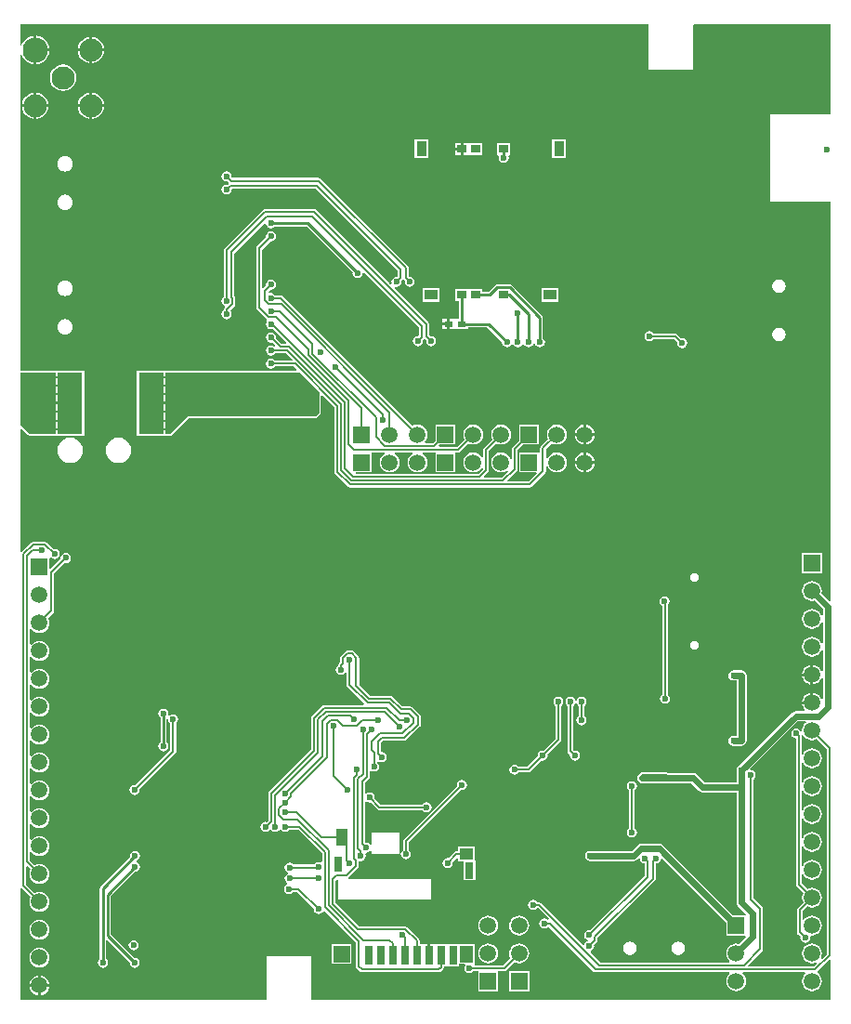
<source format=gbl>
G04*
G04 #@! TF.GenerationSoftware,Altium Limited,Altium Designer,18.1.9 (240)*
G04*
G04 Layer_Physical_Order=2*
G04 Layer_Color=16711680*
%FSLAX44Y44*%
%MOMM*%
G71*
G01*
G75*
%ADD14C,0.2540*%
%ADD24R,0.8000X0.6000*%
%ADD138C,0.2032*%
%ADD139C,0.6000*%
%ADD140C,0.2030*%
%ADD144R,1.5000X1.5000*%
%ADD145C,1.5000*%
%ADD146R,1.5000X1.5000*%
%ADD147C,2.1000*%
%ADD148C,2.3000*%
%ADD149C,0.6000*%
%ADD150R,2.3000X5.6000*%
%ADD151R,0.9000X0.8000*%
%ADD152R,1.2000X0.9500*%
%ADD153R,0.9500X1.4000*%
%ADD154R,1.3000X1.5000*%
%ADD155R,1.3000X1.0000*%
%ADD156R,0.8000X1.5000*%
%ADD157R,0.7000X1.7500*%
%ADD158R,0.8000X1.4000*%
%ADD159R,1.0000X1.5500*%
G36*
X744392Y812365D02*
X689000Y812290D01*
X689000Y732310D01*
X744392Y732297D01*
Y368790D01*
X743219Y368304D01*
X735902Y375621D01*
X736202Y377900D01*
X735892Y380256D01*
X734982Y382451D01*
X733536Y384336D01*
X731651Y385782D01*
X729456Y386692D01*
X727100Y387002D01*
X724744Y386692D01*
X722549Y385782D01*
X720664Y384336D01*
X719218Y382451D01*
X718308Y380256D01*
X717998Y377900D01*
X718308Y375544D01*
X719218Y373349D01*
X720664Y371464D01*
X722549Y370018D01*
X724744Y369108D01*
X727100Y368798D01*
X729379Y369098D01*
X736887Y361589D01*
Y355771D01*
X735617Y355518D01*
X734982Y357051D01*
X733536Y358936D01*
X731651Y360382D01*
X729456Y361292D01*
X727100Y361602D01*
X724744Y361292D01*
X722549Y360382D01*
X720664Y358936D01*
X719218Y357051D01*
X718308Y354856D01*
X717998Y352500D01*
X718308Y350144D01*
X719218Y347949D01*
X720664Y346064D01*
X722549Y344618D01*
X724744Y343708D01*
X727100Y343398D01*
X729456Y343708D01*
X731651Y344618D01*
X733536Y346064D01*
X734982Y347949D01*
X735617Y349482D01*
X736887Y349229D01*
Y330371D01*
X735617Y330118D01*
X734982Y331651D01*
X733536Y333536D01*
X731651Y334982D01*
X729456Y335892D01*
X727100Y336202D01*
X724744Y335892D01*
X722549Y334982D01*
X720664Y333536D01*
X719218Y331651D01*
X718308Y329456D01*
X717998Y327100D01*
X718308Y324744D01*
X719218Y322549D01*
X720664Y320664D01*
X722549Y319218D01*
X724744Y318308D01*
X727100Y317998D01*
X729456Y318308D01*
X731651Y319218D01*
X733536Y320664D01*
X734982Y322549D01*
X735617Y324082D01*
X736887Y323829D01*
Y304971D01*
X735617Y304718D01*
X734982Y306251D01*
X733536Y308136D01*
X731651Y309582D01*
X729456Y310492D01*
X728370Y310635D01*
Y301700D01*
Y292765D01*
X729456Y292908D01*
X731651Y293818D01*
X733536Y295264D01*
X734982Y297149D01*
X735617Y298682D01*
X736887Y298429D01*
Y279571D01*
X735617Y279318D01*
X734982Y280851D01*
X733536Y282736D01*
X731651Y284182D01*
X729456Y285092D01*
X728370Y285235D01*
Y276300D01*
X727100D01*
Y275030D01*
X718165D01*
X718308Y273944D01*
X719218Y271749D01*
X720650Y269883D01*
X720587Y269402D01*
X720319Y268613D01*
X712374D01*
X710609Y268262D01*
X709112Y267262D01*
X659738Y217888D01*
X658738Y216391D01*
X658387Y214626D01*
Y203613D01*
X629075D01*
X621870Y210818D01*
X620374Y211817D01*
X618609Y212169D01*
X596161D01*
X595000Y212650D01*
X572000D01*
X570834Y212166D01*
X568834Y210166D01*
X568350Y209000D01*
X568350Y206000D01*
X568834Y204834D01*
X570834Y202834D01*
X572000Y202350D01*
X595000D01*
X596166Y202834D01*
X596276Y202943D01*
X616698D01*
X623903Y195738D01*
X625399Y194739D01*
X627165Y194387D01*
X658387D01*
Y94000D01*
X658738Y92235D01*
X659738Y90738D01*
X667126Y83351D01*
X666557Y82123D01*
X655499D01*
X591361Y146262D01*
X589864Y147261D01*
X588099Y147613D01*
X571000D01*
X569235Y147261D01*
X567738Y146262D01*
X562539Y141063D01*
X525000D01*
X523235Y140711D01*
X521738Y139712D01*
X520738Y138215D01*
X520387Y136450D01*
X520738Y134685D01*
X521738Y133188D01*
X523235Y132189D01*
X525000Y131837D01*
X564450D01*
X566215Y132189D01*
X567712Y133188D01*
X568863Y134340D01*
X570205Y133886D01*
X570438Y132715D01*
X571438Y131218D01*
X572935Y130218D01*
X574700Y129867D01*
X574824Y129765D01*
Y118487D01*
X525051Y68714D01*
X524000Y68923D01*
X522235Y68572D01*
X520738Y67572D01*
X519739Y66075D01*
X519387Y64310D01*
X519739Y62545D01*
X520738Y61048D01*
X522235Y60048D01*
X522693Y59957D01*
Y58663D01*
X522235Y58572D01*
X520738Y57572D01*
X519781Y56139D01*
X519625Y55981D01*
X518424Y55700D01*
X480292Y93831D01*
X479452Y94393D01*
X478461Y94590D01*
X476711D01*
X476262Y95262D01*
X474765Y96262D01*
X473000Y96613D01*
X471235Y96262D01*
X469738Y95262D01*
X468739Y93765D01*
X468387Y92000D01*
X468739Y90235D01*
X469738Y88738D01*
X471235Y87739D01*
X473000Y87387D01*
X474765Y87739D01*
X476262Y88738D01*
X476345Y88863D01*
X477821Y88978D01*
X487220Y79578D01*
X486747Y78256D01*
X486295Y78211D01*
X486262Y78262D01*
X484765Y79261D01*
X483000Y79613D01*
X481235Y79261D01*
X479738Y78262D01*
X478739Y76765D01*
X478387Y75000D01*
X478739Y73235D01*
X479738Y71738D01*
X481235Y70739D01*
X483000Y70387D01*
X484765Y70739D01*
X486262Y71738D01*
X487713Y71624D01*
X528169Y31169D01*
X529009Y30607D01*
X530000Y30410D01*
X651661D01*
X652092Y29140D01*
X651564Y28735D01*
X650118Y26850D01*
X649208Y24655D01*
X648898Y22299D01*
X649208Y19943D01*
X650118Y17748D01*
X651564Y15863D01*
X653449Y14417D01*
X655644Y13507D01*
X658000Y13197D01*
X660356Y13507D01*
X662551Y14417D01*
X664436Y15863D01*
X665882Y17748D01*
X666792Y19943D01*
X667102Y22299D01*
X666792Y24655D01*
X665882Y26850D01*
X664436Y28735D01*
X663908Y29140D01*
X664339Y30410D01*
X720760D01*
X721191Y29140D01*
X720664Y28736D01*
X719218Y26851D01*
X718308Y24656D01*
X717998Y22300D01*
X718308Y19944D01*
X719218Y17749D01*
X720664Y15864D01*
X722549Y14418D01*
X724744Y13508D01*
X727100Y13198D01*
X729456Y13508D01*
X731651Y14418D01*
X733536Y15864D01*
X734982Y17749D01*
X735892Y19944D01*
X736202Y22300D01*
X735892Y24656D01*
X734982Y26851D01*
X733536Y28736D01*
X732112Y29829D01*
X731963Y30542D01*
X731971Y31144D01*
X732053Y31391D01*
X743219Y42557D01*
X744392Y42070D01*
Y5608D01*
X270910D01*
X270910Y45557D01*
X230270Y45567D01*
X230270Y6506D01*
X229372Y5608D01*
X5608D01*
Y106786D01*
X5842Y106958D01*
X6878Y107261D01*
X15021Y99118D01*
X14208Y97156D01*
X13898Y94800D01*
X14208Y92444D01*
X15118Y90249D01*
X16564Y88364D01*
X18449Y86918D01*
X20644Y86008D01*
X23000Y85698D01*
X25356Y86008D01*
X27551Y86918D01*
X29436Y88364D01*
X30882Y90249D01*
X31792Y92444D01*
X32102Y94800D01*
X31792Y97156D01*
X30882Y99351D01*
X29436Y101236D01*
X27551Y102682D01*
X25356Y103592D01*
X23000Y103902D01*
X20644Y103592D01*
X18682Y102779D01*
X11034Y110427D01*
Y126845D01*
X12207Y127331D01*
X15021Y124517D01*
X14208Y122556D01*
X13898Y120200D01*
X14208Y117844D01*
X15118Y115649D01*
X16564Y113764D01*
X18449Y112318D01*
X20644Y111408D01*
X23000Y111098D01*
X25356Y111408D01*
X27551Y112318D01*
X29436Y113764D01*
X30882Y115649D01*
X31792Y117844D01*
X32102Y120200D01*
X31792Y122556D01*
X30882Y124751D01*
X29436Y126636D01*
X27551Y128082D01*
X25356Y128992D01*
X23000Y129302D01*
X20644Y128992D01*
X18683Y128179D01*
X14590Y132273D01*
Y139651D01*
X15860Y140082D01*
X16564Y139164D01*
X18449Y137718D01*
X20644Y136808D01*
X23000Y136498D01*
X25356Y136808D01*
X27551Y137718D01*
X29436Y139164D01*
X30882Y141049D01*
X31792Y143244D01*
X32102Y145600D01*
X31792Y147956D01*
X30882Y150151D01*
X29436Y152036D01*
X27551Y153482D01*
X25356Y154392D01*
X23000Y154702D01*
X20644Y154392D01*
X18449Y153482D01*
X16564Y152036D01*
X15860Y151118D01*
X14590Y151549D01*
Y165051D01*
X15860Y165482D01*
X16564Y164564D01*
X18449Y163118D01*
X20644Y162208D01*
X23000Y161898D01*
X25356Y162208D01*
X27551Y163118D01*
X29436Y164564D01*
X30882Y166449D01*
X31792Y168644D01*
X32102Y171000D01*
X31792Y173356D01*
X30882Y175551D01*
X29436Y177436D01*
X27551Y178882D01*
X25356Y179792D01*
X23000Y180102D01*
X20644Y179792D01*
X18449Y178882D01*
X16564Y177436D01*
X15860Y176518D01*
X14590Y176949D01*
Y190451D01*
X15860Y190882D01*
X16564Y189964D01*
X18449Y188518D01*
X20644Y187608D01*
X23000Y187298D01*
X25356Y187608D01*
X27551Y188518D01*
X29436Y189964D01*
X30882Y191849D01*
X31792Y194044D01*
X32102Y196400D01*
X31792Y198756D01*
X30882Y200951D01*
X29436Y202836D01*
X27551Y204282D01*
X25356Y205192D01*
X23000Y205502D01*
X20644Y205192D01*
X18449Y204282D01*
X16564Y202836D01*
X15860Y201918D01*
X14590Y202349D01*
Y215851D01*
X15860Y216282D01*
X16564Y215364D01*
X18449Y213918D01*
X20644Y213008D01*
X23000Y212698D01*
X25356Y213008D01*
X27551Y213918D01*
X29436Y215364D01*
X30882Y217249D01*
X31792Y219444D01*
X32102Y221800D01*
X31792Y224156D01*
X30882Y226351D01*
X29436Y228236D01*
X27551Y229682D01*
X25356Y230592D01*
X23000Y230902D01*
X20644Y230592D01*
X18449Y229682D01*
X16564Y228236D01*
X15860Y227318D01*
X14590Y227749D01*
Y241251D01*
X15860Y241682D01*
X16564Y240764D01*
X18449Y239318D01*
X20644Y238408D01*
X23000Y238098D01*
X25356Y238408D01*
X27551Y239318D01*
X29436Y240764D01*
X30882Y242649D01*
X31792Y244844D01*
X32102Y247200D01*
X31792Y249556D01*
X30882Y251751D01*
X29436Y253636D01*
X27551Y255082D01*
X25356Y255992D01*
X23000Y256302D01*
X20644Y255992D01*
X18449Y255082D01*
X16564Y253636D01*
X15860Y252718D01*
X14590Y253149D01*
Y266651D01*
X15860Y267082D01*
X16564Y266164D01*
X18449Y264718D01*
X20644Y263808D01*
X23000Y263498D01*
X25356Y263808D01*
X27551Y264718D01*
X29436Y266164D01*
X30882Y268049D01*
X31792Y270244D01*
X32102Y272600D01*
X31792Y274956D01*
X30882Y277151D01*
X29436Y279036D01*
X27551Y280482D01*
X25356Y281392D01*
X23000Y281702D01*
X20644Y281392D01*
X18449Y280482D01*
X16564Y279036D01*
X15860Y278118D01*
X14590Y278549D01*
Y292051D01*
X15860Y292482D01*
X16564Y291564D01*
X18449Y290118D01*
X20644Y289208D01*
X23000Y288898D01*
X25356Y289208D01*
X27551Y290118D01*
X29436Y291564D01*
X30882Y293449D01*
X31792Y295644D01*
X32102Y298000D01*
X31792Y300356D01*
X30882Y302551D01*
X29436Y304436D01*
X27551Y305882D01*
X25356Y306792D01*
X23000Y307102D01*
X20644Y306792D01*
X18449Y305882D01*
X16564Y304436D01*
X15860Y303518D01*
X14590Y303949D01*
Y317451D01*
X15860Y317882D01*
X16564Y316964D01*
X18449Y315518D01*
X20644Y314608D01*
X23000Y314298D01*
X25356Y314608D01*
X27551Y315518D01*
X29436Y316964D01*
X30882Y318849D01*
X31792Y321044D01*
X32102Y323400D01*
X31792Y325756D01*
X30882Y327951D01*
X29436Y329836D01*
X27551Y331282D01*
X25356Y332192D01*
X23000Y332502D01*
X20644Y332192D01*
X18449Y331282D01*
X16564Y329836D01*
X15860Y328918D01*
X14590Y329349D01*
Y342851D01*
X15860Y343282D01*
X16564Y342364D01*
X18449Y340918D01*
X20644Y340008D01*
X23000Y339698D01*
X25356Y340008D01*
X27551Y340918D01*
X29436Y342364D01*
X30882Y344249D01*
X31792Y346444D01*
X32102Y348800D01*
X31792Y351156D01*
X30979Y353117D01*
X35831Y357969D01*
X36393Y358809D01*
X36590Y359800D01*
Y393927D01*
X46207Y403545D01*
X47000Y403387D01*
X48765Y403739D01*
X50262Y404738D01*
X51262Y406235D01*
X51613Y408000D01*
X51262Y409765D01*
X50262Y411262D01*
X48765Y412262D01*
X47000Y412613D01*
X45235Y412262D01*
X43738Y411262D01*
X42738Y409765D01*
X42387Y408000D01*
X42545Y407207D01*
X33294Y397957D01*
X32024Y398483D01*
Y407526D01*
X33258Y408622D01*
X33514Y408591D01*
X33738Y408254D01*
X35235Y407254D01*
X37000Y406903D01*
X38765Y407254D01*
X40262Y408254D01*
X41262Y409751D01*
X41613Y411516D01*
X41262Y413281D01*
X40262Y414778D01*
X38765Y415778D01*
X37000Y416129D01*
X36206Y415971D01*
X29808Y422369D01*
X28968Y422931D01*
X27977Y423128D01*
X17512D01*
X16521Y422931D01*
X15681Y422369D01*
X6878Y413566D01*
X5842Y413870D01*
X5608Y414041D01*
Y525400D01*
X6781Y525886D01*
X12834Y519834D01*
X14000Y519350D01*
X37976D01*
X38279Y519476D01*
X64024D01*
Y578524D01*
X38279D01*
X37976Y578650D01*
X5608D01*
Y866463D01*
X6878Y866715D01*
X7824Y864432D01*
X9911Y861711D01*
X12632Y859624D01*
X15800Y858311D01*
X17930Y858031D01*
Y871000D01*
Y883969D01*
X15800Y883689D01*
X12632Y882376D01*
X9911Y880289D01*
X7824Y877568D01*
X6878Y875285D01*
X5608Y875537D01*
Y894392D01*
X578360D01*
X578360Y853121D01*
X619000Y853111D01*
X619000Y893494D01*
X619898Y894392D01*
X744392D01*
Y812365D01*
D02*
G37*
G36*
X37976Y550270D02*
X51000D01*
Y547730D01*
X37976D01*
Y521000D01*
X14000D01*
X5608Y529392D01*
Y577000D01*
X37976D01*
Y550270D01*
D02*
G37*
G36*
X721682Y258117D02*
X720664Y257336D01*
X719218Y255451D01*
X718308Y253256D01*
X718003Y250941D01*
X717904Y250870D01*
X716770Y250501D01*
X716262Y251262D01*
X714765Y252262D01*
X713000Y252613D01*
X711235Y252262D01*
X709738Y251262D01*
X708738Y249765D01*
X708387Y248000D01*
X708738Y246235D01*
X709738Y244738D01*
X711235Y243738D01*
X712410Y243505D01*
Y110600D01*
X712607Y109609D01*
X713169Y108769D01*
X719121Y102817D01*
X718308Y100856D01*
X717998Y98500D01*
X718308Y96144D01*
X719121Y94183D01*
X714169Y89231D01*
X713607Y88391D01*
X713410Y87400D01*
Y66810D01*
X713607Y65819D01*
X714169Y64979D01*
X716545Y62603D01*
X716387Y61810D01*
X716739Y60045D01*
X717738Y58548D01*
X719235Y57548D01*
X721000Y57197D01*
X722765Y57548D01*
X724262Y58548D01*
X725262Y60045D01*
X725613Y61810D01*
X725387Y62943D01*
X726322Y64101D01*
X727100Y63998D01*
X729456Y64308D01*
X731651Y65218D01*
X733536Y66664D01*
X734982Y68549D01*
X735892Y70744D01*
X736202Y73100D01*
X735892Y75456D01*
X734982Y77651D01*
X733536Y79536D01*
X731651Y80982D01*
X729456Y81892D01*
X727100Y82202D01*
X724744Y81892D01*
X722549Y80982D01*
X720664Y79536D01*
X719860Y78488D01*
X718590Y78919D01*
Y86327D01*
X722783Y90521D01*
X724744Y89708D01*
X727100Y89398D01*
X729456Y89708D01*
X731651Y90618D01*
X733536Y92064D01*
X734982Y93949D01*
X735892Y96144D01*
X736202Y98500D01*
X735892Y100856D01*
X734982Y103051D01*
X733536Y104936D01*
X731651Y106382D01*
X729456Y107292D01*
X727100Y107602D01*
X724744Y107292D01*
X722783Y106479D01*
X717590Y111673D01*
Y119960D01*
X718860Y120213D01*
X719218Y119349D01*
X720664Y117464D01*
X722549Y116018D01*
X724744Y115108D01*
X727100Y114798D01*
X729456Y115108D01*
X731651Y116018D01*
X733536Y117464D01*
X734982Y119349D01*
X735892Y121544D01*
X736202Y123900D01*
X735892Y126256D01*
X734982Y128451D01*
X733536Y130336D01*
X731651Y131782D01*
X729456Y132692D01*
X727100Y133002D01*
X724744Y132692D01*
X722549Y131782D01*
X720664Y130336D01*
X719218Y128451D01*
X718860Y127587D01*
X717590Y127840D01*
Y145360D01*
X718860Y145613D01*
X719218Y144749D01*
X720664Y142864D01*
X722549Y141418D01*
X724744Y140508D01*
X727100Y140198D01*
X729456Y140508D01*
X731651Y141418D01*
X733536Y142864D01*
X734982Y144749D01*
X735892Y146944D01*
X736202Y149300D01*
X735892Y151656D01*
X734982Y153851D01*
X733536Y155736D01*
X731651Y157182D01*
X729456Y158092D01*
X727100Y158402D01*
X724744Y158092D01*
X722549Y157182D01*
X720664Y155736D01*
X719218Y153851D01*
X718860Y152987D01*
X717590Y153240D01*
Y170760D01*
X718860Y171013D01*
X719218Y170149D01*
X720664Y168264D01*
X722549Y166818D01*
X724744Y165908D01*
X727100Y165598D01*
X729456Y165908D01*
X731651Y166818D01*
X733536Y168264D01*
X734982Y170149D01*
X735892Y172344D01*
X736202Y174700D01*
X735892Y177056D01*
X734982Y179251D01*
X733536Y181136D01*
X731651Y182582D01*
X729456Y183492D01*
X727100Y183802D01*
X724744Y183492D01*
X722549Y182582D01*
X720664Y181136D01*
X719218Y179251D01*
X718860Y178387D01*
X717590Y178640D01*
Y196160D01*
X718860Y196413D01*
X719218Y195549D01*
X720664Y193664D01*
X722549Y192218D01*
X724744Y191308D01*
X727100Y190998D01*
X729456Y191308D01*
X731651Y192218D01*
X733536Y193664D01*
X734982Y195549D01*
X735892Y197744D01*
X736202Y200100D01*
X735892Y202456D01*
X734982Y204651D01*
X733536Y206536D01*
X731651Y207982D01*
X729456Y208892D01*
X727100Y209202D01*
X724744Y208892D01*
X722549Y207982D01*
X720664Y206536D01*
X719218Y204651D01*
X718860Y203787D01*
X717590Y204040D01*
Y221560D01*
X718860Y221813D01*
X719218Y220949D01*
X720664Y219064D01*
X722549Y217618D01*
X724744Y216708D01*
X727100Y216398D01*
X729456Y216708D01*
X731651Y217618D01*
X733536Y219064D01*
X734982Y220949D01*
X735892Y223144D01*
X736202Y225500D01*
X735892Y227856D01*
X734982Y230051D01*
X733536Y231936D01*
X731651Y233382D01*
X729456Y234292D01*
X727100Y234602D01*
X724744Y234292D01*
X722549Y233382D01*
X720664Y231936D01*
X719218Y230051D01*
X718860Y229187D01*
X717590Y229440D01*
Y246000D01*
X717838Y246360D01*
X718949Y246351D01*
X719299Y246242D01*
X720664Y244464D01*
X722549Y243018D01*
X724744Y242108D01*
X727100Y241798D01*
X729456Y242108D01*
X731417Y242921D01*
X740410Y233927D01*
Y47073D01*
X736265Y42928D01*
X735189Y43647D01*
X735892Y45344D01*
X736202Y47700D01*
X735892Y50056D01*
X734982Y52251D01*
X733536Y54136D01*
X731651Y55582D01*
X729456Y56492D01*
X727100Y56802D01*
X724744Y56492D01*
X722549Y55582D01*
X720664Y54136D01*
X719218Y52251D01*
X718308Y50056D01*
X717998Y47700D01*
X718308Y45344D01*
X719218Y43149D01*
X720664Y41264D01*
X722549Y39818D01*
X724744Y38908D01*
X727100Y38598D01*
X729456Y38908D01*
X731153Y39611D01*
X731872Y38535D01*
X728927Y35590D01*
X668912D01*
X668426Y36763D01*
X681831Y50169D01*
X682393Y51009D01*
X682590Y52000D01*
Y88000D01*
X682393Y88991D01*
X681831Y89831D01*
X673590Y98073D01*
Y206290D01*
X674262Y206738D01*
X675262Y208235D01*
X675613Y210000D01*
X675262Y211765D01*
X674262Y213262D01*
X672765Y214261D01*
X671255Y214562D01*
X670865Y215298D01*
X670755Y215858D01*
X714285Y259387D01*
X721251D01*
X721682Y258117D01*
D02*
G37*
G36*
X597000Y209000D02*
Y206000D01*
X595000Y204000D01*
X572000D01*
X570000Y206000D01*
X570000Y209000D01*
X572000Y211000D01*
X595000D01*
X597000Y209000D01*
D02*
G37*
G36*
X648976Y75600D02*
Y64075D01*
X666057D01*
X666583Y62805D01*
X660279Y56501D01*
X658000Y56801D01*
X655644Y56491D01*
X653449Y55582D01*
X651564Y54135D01*
X650118Y52250D01*
X649208Y50055D01*
X648898Y47699D01*
X649208Y45343D01*
X650118Y43148D01*
X651564Y41263D01*
X652090Y40860D01*
X651659Y39590D01*
X534534D01*
X525390Y48734D01*
X525671Y49935D01*
X525829Y50091D01*
X527262Y51048D01*
X528261Y52545D01*
X528613Y54310D01*
X528455Y55103D01*
X531186Y57833D01*
X531747Y58674D01*
X531944Y59665D01*
Y61816D01*
X583817Y113689D01*
X584379Y114529D01*
X584576Y115520D01*
Y129765D01*
X584700Y129867D01*
X586465Y130218D01*
X587962Y131218D01*
X588961Y132715D01*
X589145Y133635D01*
X590523Y134053D01*
X648976Y75600D01*
D02*
G37*
%LPC*%
G36*
X71270Y882961D02*
Y872270D01*
X81961D01*
X81714Y874139D01*
X80503Y877064D01*
X78576Y879576D01*
X76064Y881503D01*
X73139Y882714D01*
X71270Y882961D01*
D02*
G37*
G36*
X20470Y883969D02*
Y872270D01*
X32169D01*
X31889Y874400D01*
X30577Y877568D01*
X28489Y880289D01*
X25768Y882376D01*
X22600Y883689D01*
X20470Y883969D01*
D02*
G37*
G36*
X68730Y882961D02*
X66861Y882714D01*
X63936Y881503D01*
X61424Y879576D01*
X59497Y877064D01*
X58285Y874139D01*
X58039Y872270D01*
X68730D01*
Y882961D01*
D02*
G37*
G36*
X81961Y869730D02*
X71270D01*
Y859040D01*
X73139Y859286D01*
X76064Y860497D01*
X78576Y862424D01*
X80503Y864936D01*
X81714Y867861D01*
X81961Y869730D01*
D02*
G37*
G36*
X68730D02*
X58039D01*
X58285Y867861D01*
X59497Y864936D01*
X61424Y862424D01*
X63936Y860497D01*
X66861Y859286D01*
X68730Y859039D01*
Y869730D01*
D02*
G37*
G36*
X32169D02*
X20470D01*
Y858031D01*
X22600Y858311D01*
X25768Y859624D01*
X28489Y861711D01*
X30577Y864432D01*
X31889Y867600D01*
X32169Y869730D01*
D02*
G37*
G36*
X44600Y857728D02*
X41461Y857315D01*
X38536Y856103D01*
X36024Y854176D01*
X34097Y851664D01*
X32885Y848739D01*
X32472Y845600D01*
X32885Y842461D01*
X34097Y839536D01*
X36024Y837024D01*
X38536Y835097D01*
X41461Y833885D01*
X44600Y833472D01*
X47739Y833885D01*
X50664Y835097D01*
X53176Y837024D01*
X55103Y839536D01*
X56315Y842461D01*
X56728Y845600D01*
X56315Y848739D01*
X55103Y851664D01*
X53176Y854176D01*
X50664Y856103D01*
X47739Y857315D01*
X44600Y857728D01*
D02*
G37*
G36*
X71270Y832161D02*
Y821470D01*
X81961D01*
X81714Y823339D01*
X80503Y826264D01*
X78576Y828776D01*
X76064Y830703D01*
X73139Y831915D01*
X71270Y832161D01*
D02*
G37*
G36*
X20470D02*
Y821470D01*
X31161D01*
X30914Y823339D01*
X29703Y826264D01*
X27776Y828776D01*
X25264Y830703D01*
X22339Y831915D01*
X20470Y832161D01*
D02*
G37*
G36*
X68730Y832161D02*
X66861Y831915D01*
X63936Y830703D01*
X61424Y828776D01*
X59497Y826264D01*
X58285Y823339D01*
X58039Y821470D01*
X68730D01*
Y832161D01*
D02*
G37*
G36*
X17930D02*
X16061Y831915D01*
X13136Y830703D01*
X10624Y828776D01*
X8697Y826264D01*
X7485Y823339D01*
X7240Y821470D01*
X17930D01*
Y832161D01*
D02*
G37*
G36*
X81961Y818930D02*
X71270D01*
Y808240D01*
X73139Y808485D01*
X76064Y809697D01*
X78576Y811624D01*
X80503Y814136D01*
X81714Y817061D01*
X81961Y818930D01*
D02*
G37*
G36*
X31161D02*
X20470D01*
Y808240D01*
X22339Y808485D01*
X25264Y809697D01*
X27776Y811624D01*
X29703Y814136D01*
X30914Y817061D01*
X31161Y818930D01*
D02*
G37*
G36*
X68730D02*
X58039D01*
X58285Y817061D01*
X59497Y814136D01*
X61424Y811624D01*
X63936Y809697D01*
X66861Y808485D01*
X68730Y808239D01*
Y818930D01*
D02*
G37*
G36*
X17930D02*
X7239D01*
X7485Y817061D01*
X8697Y814136D01*
X10624Y811624D01*
X13136Y809697D01*
X16061Y808485D01*
X17930Y808239D01*
Y818930D01*
D02*
G37*
G36*
X407031Y786373D02*
X402277D01*
Y782119D01*
X407031D01*
Y786373D01*
D02*
G37*
G36*
Y779579D02*
X402277D01*
Y775325D01*
X407031D01*
Y779579D01*
D02*
G37*
G36*
X414677Y786373D02*
X413407Y786373D01*
X409571D01*
Y780849D01*
Y775325D01*
X413407D01*
X414325Y775325D01*
X415595Y775325D01*
X426725D01*
Y786373D01*
X415595D01*
X414677Y786373D01*
D02*
G37*
G36*
X502875Y789373D02*
X490327D01*
Y772325D01*
X502875D01*
Y789373D01*
D02*
G37*
G36*
X377675D02*
X365127D01*
Y772325D01*
X377675D01*
Y789373D01*
D02*
G37*
G36*
X452125Y786373D02*
X440077D01*
Y775325D01*
X440935D01*
X441738Y774055D01*
X441488Y772801D01*
X441839Y771036D01*
X442839Y769539D01*
X444336Y768539D01*
X446101Y768188D01*
X447866Y768539D01*
X449362Y769539D01*
X450362Y771036D01*
X450713Y772801D01*
X450464Y774055D01*
X451266Y775325D01*
X452125D01*
Y786373D01*
D02*
G37*
G36*
X46300Y774135D02*
X44466Y773893D01*
X42758Y773185D01*
X41290Y772060D01*
X40165Y770592D01*
X39457Y768884D01*
X39215Y767050D01*
X39457Y765216D01*
X40165Y763508D01*
X41290Y762040D01*
X42758Y760915D01*
X44466Y760207D01*
X46300Y759965D01*
X48134Y760207D01*
X49842Y760915D01*
X51310Y762040D01*
X52435Y763508D01*
X53143Y765216D01*
X53385Y767050D01*
X53143Y768884D01*
X52435Y770592D01*
X51310Y772060D01*
X49842Y773185D01*
X48134Y773893D01*
X46300Y774135D01*
D02*
G37*
G36*
X193600Y760313D02*
X191835Y759961D01*
X190338Y758962D01*
X189338Y757465D01*
X188987Y755700D01*
X189338Y753935D01*
X190338Y752438D01*
X191835Y751439D01*
X193600Y751087D01*
X194179Y751202D01*
X195168Y750352D01*
X195225Y749084D01*
X195062Y748824D01*
X194393Y748155D01*
X193600Y748313D01*
X191835Y747962D01*
X190338Y746962D01*
X189338Y745465D01*
X188987Y743700D01*
X189338Y741935D01*
X190338Y740438D01*
X191835Y739438D01*
X193600Y739087D01*
X195365Y739438D01*
X196862Y740438D01*
X197861Y741935D01*
X198213Y743700D01*
X199334Y744570D01*
X274767D01*
X349410Y669927D01*
Y665274D01*
X348540Y664153D01*
X346775Y663801D01*
X345278Y662802D01*
X344278Y661305D01*
X343927Y659540D01*
X344178Y658281D01*
X343007Y657655D01*
X275492Y725170D01*
X274652Y725732D01*
X273661Y725929D01*
X228339D01*
X227348Y725732D01*
X226508Y725170D01*
X191769Y690431D01*
X191207Y689591D01*
X191010Y688600D01*
Y645760D01*
X190338Y645312D01*
X189338Y643815D01*
X188987Y642050D01*
X189338Y640285D01*
X190338Y638788D01*
X191763Y637837D01*
X191954Y637633D01*
X192280Y636558D01*
X191769Y636046D01*
X191207Y635206D01*
X191010Y634215D01*
Y633760D01*
X190338Y633312D01*
X189338Y631815D01*
X188987Y630050D01*
X189338Y628285D01*
X190338Y626788D01*
X191835Y625788D01*
X193600Y625437D01*
X195365Y625788D01*
X196862Y626788D01*
X197861Y628285D01*
X198213Y630050D01*
X197861Y631815D01*
X196862Y633312D01*
X196817Y633769D01*
X200971Y637924D01*
X201533Y638764D01*
X201730Y639755D01*
Y644345D01*
X201533Y645336D01*
X200971Y646176D01*
X200762Y646385D01*
Y685634D01*
X228207Y713078D01*
X229477Y712552D01*
X229739Y711235D01*
X230738Y709738D01*
X232235Y708738D01*
X234000Y708387D01*
X235765Y708738D01*
X237262Y709738D01*
X237537Y710151D01*
X266296D01*
X308484Y667963D01*
X308387Y667476D01*
X308738Y665711D01*
X309738Y664214D01*
X311235Y663214D01*
X313000Y662863D01*
X314765Y663214D01*
X316262Y664214D01*
X317262Y665711D01*
X317613Y667476D01*
X318786Y668085D01*
X368811Y618061D01*
Y611274D01*
X367941Y610153D01*
X366176Y609801D01*
X364679Y608802D01*
X363679Y607305D01*
X363328Y605540D01*
X363679Y603775D01*
X364679Y602278D01*
X366176Y601278D01*
X367941Y600927D01*
X369706Y601278D01*
X371203Y602278D01*
X372202Y603775D01*
X372553Y605540D01*
X372396Y606333D01*
X373065Y607002D01*
X373192Y607081D01*
X373466Y607158D01*
X374593Y607108D01*
X375443Y606119D01*
X375328Y605540D01*
X375679Y603775D01*
X376679Y602278D01*
X378176Y601278D01*
X379941Y600927D01*
X381706Y601278D01*
X383203Y602278D01*
X384202Y603775D01*
X384553Y605540D01*
X384202Y607305D01*
X383203Y608802D01*
X381706Y609801D01*
X379941Y610153D01*
X379630Y610091D01*
X378563Y611015D01*
Y621027D01*
X378366Y622018D01*
X377804Y622858D01*
X346655Y654007D01*
X347281Y655178D01*
X348540Y654927D01*
X350305Y655278D01*
X351802Y656278D01*
X352802Y657775D01*
X353153Y659540D01*
X352995Y660332D01*
X353765Y661103D01*
X353877Y661169D01*
X355203D01*
X355315Y661103D01*
X356085Y660332D01*
X355927Y659540D01*
X356278Y657775D01*
X357278Y656278D01*
X358775Y655278D01*
X360540Y654927D01*
X362305Y655278D01*
X363802Y656278D01*
X364801Y657775D01*
X365153Y659540D01*
X364801Y661305D01*
X363802Y662802D01*
X362305Y663801D01*
X360540Y664153D01*
X359670Y665274D01*
Y672386D01*
X359473Y673377D01*
X358911Y674217D01*
X279565Y753563D01*
X278725Y754125D01*
X277734Y754322D01*
X199075D01*
X198151Y755389D01*
X198213Y755700D01*
X197861Y757465D01*
X196862Y758962D01*
X195365Y759961D01*
X193600Y760313D01*
D02*
G37*
G36*
X46300Y739135D02*
X44466Y738893D01*
X42758Y738186D01*
X41290Y737060D01*
X40165Y735592D01*
X39457Y733884D01*
X39215Y732050D01*
X39457Y730216D01*
X40165Y728508D01*
X41290Y727040D01*
X42758Y725915D01*
X44466Y725207D01*
X46300Y724965D01*
X48134Y725207D01*
X49842Y725915D01*
X51310Y727040D01*
X52435Y728508D01*
X53143Y730216D01*
X53385Y732050D01*
X53143Y733884D01*
X52435Y735592D01*
X51310Y737060D01*
X49842Y738186D01*
X48134Y738893D01*
X46300Y739135D01*
D02*
G37*
G36*
X234000Y705613D02*
X232235Y705262D01*
X230738Y704262D01*
X229739Y702765D01*
X229387Y701000D01*
X229545Y700208D01*
X221169Y691831D01*
X220607Y690991D01*
X220410Y690000D01*
Y636165D01*
X220607Y635174D01*
X221169Y634334D01*
X229874Y625629D01*
X230186Y625420D01*
X230303Y625175D01*
X230490Y624011D01*
X230451Y623832D01*
X229739Y622765D01*
X229387Y621000D01*
X229739Y619235D01*
X230738Y617738D01*
X232235Y616739D01*
X234000Y616387D01*
X235699Y616725D01*
X248105Y604319D01*
X247619Y603146D01*
X243517D01*
X238455Y608208D01*
X238613Y609000D01*
X238262Y610765D01*
X237262Y612262D01*
X235765Y613261D01*
X234000Y613613D01*
X232235Y613261D01*
X230738Y612262D01*
X229739Y610765D01*
X229387Y609000D01*
X229739Y607235D01*
X230738Y605738D01*
X232235Y604739D01*
X234000Y604387D01*
X234792Y604545D01*
X237604Y601734D01*
X237131Y600411D01*
X237050Y600403D01*
X235765Y601261D01*
X234000Y601613D01*
X232235Y601261D01*
X230738Y600262D01*
X229739Y598765D01*
X229387Y597000D01*
X229739Y595235D01*
X230738Y593738D01*
X232235Y592738D01*
X234000Y592387D01*
X235765Y592738D01*
X237262Y593738D01*
X237711Y594410D01*
X247956D01*
X253603Y588763D01*
X253117Y587590D01*
X237710D01*
X237262Y588262D01*
X235765Y589262D01*
X234000Y589613D01*
X232235Y589262D01*
X230738Y588262D01*
X229739Y586765D01*
X229387Y585000D01*
X229739Y583235D01*
X230738Y581738D01*
X232235Y580738D01*
X234000Y580387D01*
X235765Y580738D01*
X237262Y581738D01*
X237710Y582410D01*
X254927D01*
X257515Y579823D01*
X257029Y578650D01*
X138024D01*
X137721Y578524D01*
X111976D01*
Y519476D01*
X137721D01*
X138024Y519350D01*
X142500D01*
X143666Y519834D01*
X159183Y535350D01*
X274840D01*
X276006Y535834D01*
X279166Y538994D01*
X279650Y540160D01*
Y556029D01*
X280823Y556515D01*
X291742Y545595D01*
Y486656D01*
X291939Y485665D01*
X292501Y484825D01*
X304269Y473057D01*
X305109Y472495D01*
X306100Y472298D01*
X469888D01*
X470879Y472495D01*
X471719Y473057D01*
X483831Y485169D01*
X484393Y486009D01*
X484590Y487000D01*
Y492025D01*
X485860Y492278D01*
X486618Y490448D01*
X488064Y488563D01*
X489949Y487117D01*
X492144Y486208D01*
X494500Y485897D01*
X496856Y486208D01*
X499051Y487117D01*
X500936Y488563D01*
X502383Y490448D01*
X503292Y492644D01*
X503602Y494999D01*
X503292Y497355D01*
X502383Y499550D01*
X500936Y501435D01*
X499051Y502882D01*
X496856Y503791D01*
X494500Y504101D01*
X492144Y503791D01*
X489949Y502882D01*
X488064Y501435D01*
X486618Y499550D01*
X485860Y497721D01*
X484590Y497973D01*
Y506827D01*
X490183Y512421D01*
X492144Y511608D01*
X494500Y511298D01*
X496856Y511608D01*
X499051Y512518D01*
X500936Y513964D01*
X502383Y515849D01*
X503292Y518044D01*
X503602Y520400D01*
X503292Y522756D01*
X502383Y524951D01*
X500936Y526836D01*
X499051Y528282D01*
X496856Y529192D01*
X494500Y529502D01*
X492144Y529192D01*
X489949Y528282D01*
X488064Y526836D01*
X486618Y524951D01*
X485708Y522756D01*
X485398Y520400D01*
X485708Y518044D01*
X486521Y516083D01*
X480169Y509731D01*
X479607Y508891D01*
X479410Y507900D01*
Y489288D01*
X479394Y489277D01*
X478124Y489956D01*
Y504023D01*
X460076D01*
Y485975D01*
X475653D01*
X476139Y484802D01*
X468815Y477478D01*
X449800D01*
X449314Y478651D01*
X457831Y487169D01*
X458393Y488009D01*
X458590Y489000D01*
Y506227D01*
X463739Y511376D01*
X478124D01*
Y529424D01*
X460076D01*
Y515038D01*
X454169Y509131D01*
X453607Y508291D01*
X453410Y507300D01*
Y498455D01*
X452140Y498202D01*
X451582Y499551D01*
X450135Y501436D01*
X448250Y502882D01*
X446055Y503792D01*
X443699Y504102D01*
X441343Y503792D01*
X439148Y502882D01*
X437263Y501436D01*
X435817Y499551D01*
X434907Y497356D01*
X434597Y495000D01*
X434907Y492644D01*
X435817Y490449D01*
X437263Y488564D01*
X439148Y487118D01*
X441343Y486208D01*
X443699Y485898D01*
X446055Y486208D01*
X448250Y487118D01*
X449053Y487734D01*
X449840Y487472D01*
X450296Y487087D01*
X450290Y486953D01*
X444371Y481034D01*
X428356D01*
X427870Y482207D01*
X431831Y486169D01*
X432393Y487009D01*
X432590Y488000D01*
Y505627D01*
X439382Y512420D01*
X441343Y511608D01*
X443699Y511297D01*
X446055Y511608D01*
X448250Y512517D01*
X450135Y513963D01*
X451582Y515848D01*
X452491Y518044D01*
X452801Y520399D01*
X452491Y522755D01*
X451582Y524950D01*
X450135Y526835D01*
X448250Y528282D01*
X446055Y529191D01*
X443699Y529501D01*
X441343Y529191D01*
X439148Y528282D01*
X437263Y526835D01*
X435817Y524950D01*
X434907Y522755D01*
X434597Y520399D01*
X434907Y518044D01*
X435720Y516082D01*
X428169Y508531D01*
X427607Y507691D01*
X427410Y506700D01*
Y500027D01*
X426268Y499594D01*
X426140Y499605D01*
X424735Y501436D01*
X422850Y502882D01*
X420655Y503792D01*
X418299Y504102D01*
X415943Y503792D01*
X413748Y502882D01*
X411863Y501436D01*
X410417Y499551D01*
X409507Y497356D01*
X409197Y495000D01*
X409507Y492644D01*
X410417Y490449D01*
X411863Y488564D01*
X413748Y487118D01*
X415943Y486208D01*
X418299Y485898D01*
X420655Y486208D01*
X422850Y487118D01*
X424735Y488564D01*
X425827Y489987D01*
X427138Y489609D01*
X427233Y488895D01*
X422927Y484590D01*
X311191D01*
X311113Y484707D01*
X311792Y485977D01*
X325725D01*
Y504025D01*
X326916Y504215D01*
X337446D01*
X337699Y502945D01*
X337550Y502883D01*
X335665Y501437D01*
X334218Y499552D01*
X333309Y497356D01*
X332999Y495001D01*
X333309Y492645D01*
X334218Y490450D01*
X335665Y488565D01*
X337550Y487118D01*
X339745Y486209D01*
X342101Y485899D01*
X344456Y486209D01*
X346652Y487118D01*
X348537Y488565D01*
X349983Y490450D01*
X350892Y492645D01*
X351203Y495001D01*
X350892Y497356D01*
X349983Y499552D01*
X348537Y501437D01*
X346652Y502883D01*
X346503Y502945D01*
X346755Y504215D01*
X362846D01*
X363099Y502945D01*
X362950Y502883D01*
X361065Y501437D01*
X359618Y499552D01*
X358709Y497356D01*
X358399Y495001D01*
X358709Y492645D01*
X359618Y490450D01*
X361065Y488565D01*
X362950Y487118D01*
X365145Y486209D01*
X367501Y485899D01*
X369856Y486209D01*
X372052Y487118D01*
X373937Y488565D01*
X375383Y490450D01*
X376292Y492645D01*
X376603Y495001D01*
X376292Y497356D01*
X375383Y499552D01*
X373937Y501437D01*
X372052Y502883D01*
X371903Y502945D01*
X372155Y504215D01*
X382684D01*
X383875Y504024D01*
X383875Y502945D01*
Y485976D01*
X401923D01*
X401923Y504024D01*
X403114Y504215D01*
X404705D01*
X405696Y504412D01*
X406536Y504974D01*
X413982Y512420D01*
X415943Y511608D01*
X418299Y511297D01*
X420655Y511608D01*
X422850Y512517D01*
X424735Y513963D01*
X426182Y515848D01*
X427091Y518044D01*
X427401Y520399D01*
X427091Y522755D01*
X426182Y524950D01*
X424735Y526835D01*
X422850Y528282D01*
X420655Y529191D01*
X418299Y529501D01*
X415943Y529191D01*
X413748Y528282D01*
X411863Y526835D01*
X410417Y524950D01*
X409507Y522755D01*
X409197Y520399D01*
X409507Y518044D01*
X410320Y516082D01*
X403632Y509395D01*
X387378D01*
X386890Y510529D01*
X387583Y511375D01*
X401923D01*
Y529423D01*
X383875D01*
Y515038D01*
X381788Y512951D01*
X374527D01*
X374133Y514221D01*
X375383Y515850D01*
X376292Y518045D01*
X376603Y520401D01*
X376292Y522757D01*
X375383Y524952D01*
X373937Y526837D01*
X372052Y528283D01*
X369856Y529193D01*
X367501Y529503D01*
X365145Y529193D01*
X363184Y528380D01*
X244733Y646831D01*
X243893Y647393D01*
X242902Y647590D01*
X237710D01*
X237262Y648262D01*
X235765Y649261D01*
X234000Y649613D01*
X233003Y649414D01*
X231685Y650266D01*
X231604Y650941D01*
X233207Y652545D01*
X234000Y652387D01*
X235765Y652738D01*
X237262Y653738D01*
X238262Y655235D01*
X238613Y657000D01*
X238262Y658765D01*
X237262Y660262D01*
X235765Y661262D01*
X234000Y661613D01*
X232235Y661262D01*
X230738Y660262D01*
X229739Y658765D01*
X229387Y657000D01*
X229545Y656208D01*
X226860Y653522D01*
X225958Y653754D01*
X225590Y654008D01*
Y688927D01*
X233207Y696545D01*
X234000Y696387D01*
X235765Y696739D01*
X237262Y697738D01*
X238262Y699235D01*
X238613Y701000D01*
X238262Y702765D01*
X237262Y704262D01*
X235765Y705262D01*
X234000Y705613D01*
D02*
G37*
G36*
X451758Y657392D02*
X451758Y657392D01*
X440443D01*
X439353Y657175D01*
X438429Y656558D01*
X438429Y656557D01*
X432469Y650598D01*
X426725D01*
Y653273D01*
X415595D01*
X414677Y653273D01*
X413407Y653273D01*
X402277D01*
Y642225D01*
X405151D01*
Y631000D01*
Y625824D01*
X402794D01*
X402476Y625824D01*
X401524D01*
X401206Y625824D01*
X397270D01*
Y621300D01*
Y616776D01*
X401206D01*
X401524Y616776D01*
X402476D01*
X402794Y616776D01*
X413524D01*
Y618451D01*
X431090D01*
X444584Y604957D01*
X444487Y604470D01*
X444838Y602705D01*
X445838Y601208D01*
X447335Y600209D01*
X449100Y599857D01*
X450865Y600209D01*
X452362Y601208D01*
X453362Y602705D01*
X453453Y603163D01*
X454748D01*
X454838Y602705D01*
X455838Y601208D01*
X457335Y600209D01*
X459100Y599857D01*
X460865Y600209D01*
X462362Y601208D01*
X463362Y602705D01*
X463453Y603163D01*
X464748D01*
X464838Y602705D01*
X465838Y601208D01*
X467335Y600209D01*
X469100Y599857D01*
X470865Y600209D01*
X472362Y601208D01*
X473362Y602705D01*
X473453Y603163D01*
X474748D01*
X474838Y602705D01*
X475838Y601208D01*
X477335Y600209D01*
X479100Y599857D01*
X480865Y600209D01*
X482362Y601208D01*
X483362Y602705D01*
X483713Y604470D01*
X483362Y606235D01*
X482362Y607732D01*
X481949Y608008D01*
Y627201D01*
X481732Y628292D01*
X481114Y629216D01*
X481114Y629216D01*
X453773Y656558D01*
X452848Y657175D01*
X451758Y657392D01*
D02*
G37*
G36*
X697000Y661742D02*
X694650Y661274D01*
X692657Y659943D01*
X691326Y657951D01*
X690858Y655600D01*
X691326Y653250D01*
X692657Y651257D01*
X694650Y649926D01*
X697000Y649458D01*
X699350Y649926D01*
X701343Y651257D01*
X702674Y653250D01*
X703142Y655600D01*
X702674Y657951D01*
X701343Y659943D01*
X699350Y661274D01*
X697000Y661742D01*
D02*
G37*
G36*
X46300Y660735D02*
X44466Y660493D01*
X42758Y659785D01*
X41290Y658660D01*
X40165Y657192D01*
X39457Y655484D01*
X39216Y653650D01*
X39457Y651816D01*
X40165Y650108D01*
X41290Y648640D01*
X42758Y647515D01*
X44466Y646807D01*
X46300Y646565D01*
X48134Y646807D01*
X49842Y647515D01*
X51310Y648640D01*
X52435Y650108D01*
X53143Y651816D01*
X53385Y653650D01*
X53143Y655484D01*
X52435Y657192D01*
X51310Y658660D01*
X49842Y659785D01*
X48134Y660493D01*
X46300Y660735D01*
D02*
G37*
G36*
X495775Y654023D02*
X480727D01*
Y641475D01*
X495775D01*
Y654023D01*
D02*
G37*
G36*
X387275D02*
X372227D01*
Y641475D01*
X387275D01*
Y654023D01*
D02*
G37*
G36*
X394730Y625824D02*
X390476D01*
Y622570D01*
X394730D01*
Y625824D01*
D02*
G37*
G36*
Y620030D02*
X390476D01*
Y616776D01*
X394730D01*
Y620030D01*
D02*
G37*
G36*
X46300Y625735D02*
X44466Y625493D01*
X42758Y624785D01*
X41290Y623660D01*
X40165Y622192D01*
X39457Y620484D01*
X39216Y618650D01*
X39457Y616816D01*
X40165Y615108D01*
X41290Y613641D01*
X42758Y612515D01*
X44466Y611807D01*
X46300Y611565D01*
X48134Y611807D01*
X49842Y612515D01*
X51310Y613641D01*
X52435Y615108D01*
X53143Y616816D01*
X53385Y618650D01*
X53143Y620484D01*
X52435Y622192D01*
X51310Y623660D01*
X49842Y624785D01*
X48134Y625493D01*
X46300Y625735D01*
D02*
G37*
G36*
X697000Y617742D02*
X694650Y617275D01*
X692657Y615943D01*
X691326Y613951D01*
X690858Y611600D01*
X691326Y609250D01*
X692657Y607257D01*
X694650Y605926D01*
X697000Y605458D01*
X699350Y605926D01*
X701343Y607257D01*
X702674Y609250D01*
X703142Y611600D01*
X702674Y613951D01*
X701343Y615943D01*
X699350Y617275D01*
X697000Y617742D01*
D02*
G37*
G36*
X579000Y614613D02*
X577235Y614262D01*
X575738Y613262D01*
X574739Y611765D01*
X574387Y610000D01*
X574739Y608235D01*
X575738Y606738D01*
X577235Y605738D01*
X579000Y605387D01*
X580765Y605738D01*
X582262Y606738D01*
X582710Y607410D01*
X601577D01*
X604495Y604492D01*
X604337Y603700D01*
X604688Y601935D01*
X605688Y600438D01*
X607185Y599439D01*
X608950Y599087D01*
X610715Y599439D01*
X612212Y600438D01*
X613212Y601935D01*
X613563Y603700D01*
X613212Y605465D01*
X612212Y606962D01*
X610715Y607962D01*
X608950Y608313D01*
X608158Y608155D01*
X604481Y611831D01*
X603641Y612393D01*
X602650Y612590D01*
X582710D01*
X582262Y613262D01*
X580765Y614262D01*
X579000Y614613D01*
D02*
G37*
G36*
X521170Y529335D02*
Y521670D01*
X528835D01*
X528692Y522756D01*
X527783Y524951D01*
X526336Y526836D01*
X524451Y528282D01*
X522256Y529192D01*
X521170Y529335D01*
D02*
G37*
G36*
X518630D02*
X517544Y529192D01*
X515349Y528282D01*
X513464Y526836D01*
X512018Y524951D01*
X511108Y522756D01*
X510965Y521670D01*
X518630D01*
Y529335D01*
D02*
G37*
G36*
X528835Y519130D02*
X521170D01*
Y511465D01*
X522256Y511608D01*
X524451Y512518D01*
X526336Y513964D01*
X527783Y515849D01*
X528692Y518044D01*
X528835Y519130D01*
D02*
G37*
G36*
X518630D02*
X510965D01*
X511108Y518044D01*
X512018Y515849D01*
X513464Y513964D01*
X515349Y512518D01*
X517544Y511608D01*
X518630Y511465D01*
Y519130D01*
D02*
G37*
G36*
X521170Y503934D02*
Y496269D01*
X528835D01*
X528692Y497355D01*
X527783Y499550D01*
X526336Y501435D01*
X524451Y502882D01*
X522256Y503791D01*
X521170Y503934D01*
D02*
G37*
G36*
X518630D02*
X517544Y503791D01*
X515349Y502882D01*
X513464Y501435D01*
X512018Y499550D01*
X511108Y497355D01*
X510965Y496269D01*
X518630D01*
Y503934D01*
D02*
G37*
G36*
X95000Y517623D02*
X91992Y517227D01*
X89188Y516066D01*
X86781Y514219D01*
X84934Y511812D01*
X83773Y509008D01*
X83377Y506000D01*
X83773Y502992D01*
X84934Y500188D01*
X86781Y497781D01*
X89188Y495934D01*
X91992Y494773D01*
X95000Y494377D01*
X98008Y494773D01*
X100812Y495934D01*
X103219Y497781D01*
X105066Y500188D01*
X106227Y502992D01*
X106623Y506000D01*
X106227Y509008D01*
X105066Y511812D01*
X103219Y514219D01*
X100812Y516066D01*
X98008Y517227D01*
X95000Y517623D01*
D02*
G37*
G36*
X51000D02*
X47992Y517227D01*
X45188Y516066D01*
X42781Y514219D01*
X40934Y511812D01*
X39773Y509008D01*
X39377Y506000D01*
X39773Y502992D01*
X40934Y500188D01*
X42781Y497781D01*
X45188Y495934D01*
X47992Y494773D01*
X51000Y494377D01*
X54008Y494773D01*
X56812Y495934D01*
X59219Y497781D01*
X61066Y500188D01*
X62227Y502992D01*
X62623Y506000D01*
X62227Y509008D01*
X61066Y511812D01*
X59219Y514219D01*
X56812Y516066D01*
X54008Y517227D01*
X51000Y517623D01*
D02*
G37*
G36*
X528835Y493729D02*
X521170D01*
Y486064D01*
X522256Y486208D01*
X524451Y487117D01*
X526336Y488563D01*
X527783Y490448D01*
X528692Y492644D01*
X528835Y493729D01*
D02*
G37*
G36*
X518630D02*
X510965D01*
X511108Y492644D01*
X512018Y490448D01*
X513464Y488563D01*
X515349Y487117D01*
X517544Y486208D01*
X518630Y486064D01*
Y493729D01*
D02*
G37*
G36*
X736124Y412324D02*
X718076D01*
Y394276D01*
X736124D01*
Y412324D01*
D02*
G37*
G36*
X620000Y394403D02*
X618430Y394090D01*
X617099Y393201D01*
X616209Y391870D01*
X615897Y390300D01*
X616209Y388730D01*
X617099Y387399D01*
X618430Y386510D01*
X620000Y386197D01*
X621570Y386510D01*
X622901Y387399D01*
X623791Y388730D01*
X624103Y390300D01*
X623791Y391870D01*
X622901Y393201D01*
X621570Y394090D01*
X620000Y394403D01*
D02*
G37*
G36*
Y332403D02*
X618430Y332090D01*
X617099Y331201D01*
X616209Y329870D01*
X615897Y328300D01*
X616209Y326730D01*
X617099Y325399D01*
X618430Y324510D01*
X620000Y324197D01*
X621570Y324510D01*
X622901Y325399D01*
X623791Y326730D01*
X624103Y328300D01*
X623791Y329870D01*
X622901Y331201D01*
X621570Y332090D01*
X620000Y332403D01*
D02*
G37*
G36*
X725830Y310635D02*
X724744Y310492D01*
X722549Y309582D01*
X720664Y308136D01*
X719218Y306251D01*
X718308Y304056D01*
X718165Y302970D01*
X725830D01*
Y310635D01*
D02*
G37*
G36*
Y300430D02*
X718165D01*
X718308Y299344D01*
X719218Y297149D01*
X720664Y295264D01*
X722549Y293818D01*
X724744Y292908D01*
X725830Y292765D01*
Y300430D01*
D02*
G37*
G36*
X517000Y281619D02*
X515235Y281268D01*
X513738Y280268D01*
X512738Y278771D01*
X512647Y278311D01*
X511352D01*
X511261Y278765D01*
X510262Y280262D01*
X508765Y281262D01*
X507000Y281613D01*
X505235Y281262D01*
X503738Y280262D01*
X502738Y278765D01*
X502387Y277000D01*
X502738Y275235D01*
X503738Y273738D01*
X504410Y273290D01*
Y232000D01*
X504607Y231009D01*
X505169Y230169D01*
X506545Y228792D01*
X506387Y228000D01*
X506739Y226235D01*
X507738Y224738D01*
X509235Y223738D01*
X511000Y223387D01*
X512765Y223738D01*
X514262Y224738D01*
X515261Y226235D01*
X515613Y228000D01*
X515261Y229765D01*
X514262Y231262D01*
X512765Y232262D01*
X511000Y232613D01*
X510639Y232541D01*
X509590Y233453D01*
Y273290D01*
X510262Y273738D01*
X511261Y275235D01*
X511353Y275696D01*
X512648D01*
X512738Y275241D01*
X513738Y273745D01*
X514410Y273296D01*
Y263710D01*
X513738Y263262D01*
X512738Y261765D01*
X512387Y260000D01*
X512738Y258235D01*
X513738Y256738D01*
X515235Y255739D01*
X517000Y255387D01*
X518765Y255739D01*
X520262Y256738D01*
X521261Y258235D01*
X521613Y260000D01*
X521261Y261765D01*
X520262Y263262D01*
X519590Y263710D01*
Y273296D01*
X520262Y273745D01*
X521261Y275241D01*
X521613Y277006D01*
X521261Y278771D01*
X520262Y280268D01*
X518765Y281268D01*
X517000Y281619D01*
D02*
G37*
G36*
X725830Y285235D02*
X724744Y285092D01*
X722549Y284182D01*
X720664Y282736D01*
X719218Y280851D01*
X718308Y278656D01*
X718165Y277570D01*
X725830D01*
Y285235D01*
D02*
G37*
G36*
X592800Y373213D02*
X591035Y372862D01*
X589538Y371862D01*
X588539Y370365D01*
X588187Y368600D01*
X588539Y366835D01*
X589538Y365338D01*
X590410Y364756D01*
Y283710D01*
X589738Y283262D01*
X588739Y281765D01*
X588387Y280000D01*
X588739Y278235D01*
X589738Y276738D01*
X591235Y275739D01*
X593000Y275387D01*
X594765Y275739D01*
X596262Y276738D01*
X597262Y278235D01*
X597613Y280000D01*
X597262Y281765D01*
X596262Y283262D01*
X595590Y283710D01*
Y365023D01*
X596062Y365338D01*
X597062Y366835D01*
X597413Y368600D01*
X597062Y370365D01*
X596062Y371862D01*
X594565Y372862D01*
X592800Y373213D01*
D02*
G37*
G36*
X663000Y305613D02*
X655600D01*
X653835Y305261D01*
X652338Y304262D01*
X651339Y302765D01*
X650987Y301000D01*
X651339Y299235D01*
X652338Y297738D01*
X653835Y296738D01*
X655600Y296387D01*
X658387D01*
Y246013D01*
X655600D01*
X653835Y245662D01*
X652338Y244662D01*
X651339Y243165D01*
X650987Y241400D01*
X651339Y239635D01*
X652338Y238138D01*
X653835Y237138D01*
X655600Y236787D01*
X655600Y236787D01*
X663000D01*
X663000Y236787D01*
X664765Y237138D01*
X666262Y238138D01*
X667262Y239635D01*
X667613Y241400D01*
X667613Y241400D01*
Y301000D01*
X667262Y302765D01*
X666262Y304262D01*
X664765Y305261D01*
X663000Y305613D01*
D02*
G37*
G36*
X496000Y281613D02*
X494235Y281262D01*
X492738Y280262D01*
X491739Y278765D01*
X491387Y277000D01*
X491739Y275235D01*
X492738Y273738D01*
X493410Y273290D01*
Y243443D01*
X482422Y232455D01*
X481630Y232613D01*
X479865Y232262D01*
X478368Y231262D01*
X477369Y229765D01*
X477017Y228000D01*
X477175Y227208D01*
X467557Y217590D01*
X459711D01*
X459262Y218262D01*
X457765Y219261D01*
X456000Y219613D01*
X454235Y219261D01*
X452738Y218262D01*
X451739Y216765D01*
X451387Y215000D01*
X451739Y213235D01*
X452738Y211738D01*
X454235Y210739D01*
X456000Y210387D01*
X457765Y210739D01*
X459262Y211738D01*
X459711Y212410D01*
X468630D01*
X469621Y212607D01*
X470461Y213169D01*
X480838Y223545D01*
X481630Y223387D01*
X483395Y223738D01*
X484892Y224738D01*
X485891Y226235D01*
X486243Y228000D01*
X486085Y228792D01*
X497831Y240539D01*
X498393Y241379D01*
X498590Y242370D01*
Y273290D01*
X499262Y273738D01*
X500261Y275235D01*
X500613Y277000D01*
X500261Y278765D01*
X499262Y280262D01*
X497765Y281262D01*
X496000Y281613D01*
D02*
G37*
G36*
X307613Y323589D02*
X303761D01*
X302770Y323392D01*
X301930Y322831D01*
X297830Y318730D01*
X297269Y317890D01*
X297072Y316900D01*
Y313305D01*
X295888Y312120D01*
X295326Y311281D01*
X295129Y310290D01*
Y309711D01*
X294457Y309262D01*
X293457Y307765D01*
X293106Y306000D01*
X293457Y304235D01*
X294457Y302738D01*
X295953Y301738D01*
X297718Y301387D01*
X299483Y301738D01*
X300980Y302738D01*
X301734Y303868D01*
X303004Y303482D01*
Y292406D01*
X303202Y291415D01*
X303763Y290575D01*
X318922Y275416D01*
X318396Y274146D01*
X282617D01*
X281626Y273949D01*
X280786Y273387D01*
X271529Y264130D01*
X270967Y263290D01*
X270770Y262299D01*
Y233462D01*
X232177Y194868D01*
X231615Y194028D01*
X231418Y193037D01*
Y169081D01*
X229792Y167455D01*
X229000Y167613D01*
X227235Y167262D01*
X225738Y166262D01*
X224739Y164765D01*
X224387Y163000D01*
X224739Y161235D01*
X225738Y159738D01*
X227235Y158738D01*
X229000Y158387D01*
X230765Y158738D01*
X232262Y159738D01*
X232736Y160449D01*
X234264D01*
X234738Y159738D01*
X236235Y158738D01*
X238000Y158387D01*
X239765Y158738D01*
X241262Y159738D01*
X241736Y160448D01*
X243263D01*
X243738Y159738D01*
X245234Y158738D01*
X246999Y158387D01*
X248765Y158738D01*
X250261Y159738D01*
X250710Y160410D01*
X258928D01*
X280500Y138837D01*
Y131267D01*
X279509Y130737D01*
X279230Y130728D01*
X277550Y131063D01*
X275785Y130711D01*
X274288Y129712D01*
X273539Y128589D01*
X254710D01*
X254261Y129261D01*
X252765Y130261D01*
X251000Y130612D01*
X249234Y130261D01*
X247738Y129261D01*
X246738Y127765D01*
X246387Y126000D01*
X246738Y124235D01*
X247738Y122738D01*
X249234Y121738D01*
X249692Y121647D01*
Y120352D01*
X249234Y120261D01*
X247738Y119261D01*
X246738Y117765D01*
X246387Y116000D01*
X246738Y114235D01*
X247738Y112738D01*
X248831Y112008D01*
X248828Y111250D01*
X248723Y110644D01*
X247329Y109712D01*
X246329Y108215D01*
X245978Y106450D01*
X246329Y104685D01*
X247329Y103188D01*
X248825Y102189D01*
X250590Y101837D01*
X252355Y102189D01*
X253852Y103188D01*
X254301Y103860D01*
X258027D01*
X273095Y88792D01*
X272937Y88000D01*
X273288Y86235D01*
X274288Y84738D01*
X275785Y83738D01*
X277550Y83387D01*
X279315Y83738D01*
X280812Y84738D01*
X281609Y85932D01*
X283024Y86314D01*
X311410Y57927D01*
Y36000D01*
X311607Y35009D01*
X312169Y34169D01*
X315169Y31169D01*
X316009Y30607D01*
X317000Y30410D01*
X387000D01*
X387991Y30607D01*
X388831Y31169D01*
X390831Y33169D01*
X391393Y34009D01*
X391590Y35000D01*
Y35726D01*
X393706D01*
X394024Y35726D01*
X394976D01*
X395294Y35726D01*
X405024D01*
Y38226D01*
X410340D01*
X411018Y36956D01*
X410489Y36163D01*
X410137Y34398D01*
X410489Y32633D01*
X411488Y31136D01*
X412985Y30136D01*
X414750Y29785D01*
X416515Y30136D01*
X418012Y31136D01*
X418461Y31809D01*
X421904D01*
X422973Y31324D01*
X422973Y30539D01*
Y13276D01*
X441021D01*
Y30539D01*
X441021Y31324D01*
X442090Y31809D01*
X446996D01*
X447987Y32006D01*
X448827Y32567D01*
X455981Y39722D01*
X457943Y38909D01*
X460299Y38599D01*
X462655Y38909D01*
X464850Y39818D01*
X466735Y41265D01*
X468182Y43150D01*
X469091Y45345D01*
X469401Y47701D01*
X469091Y50057D01*
X468182Y52252D01*
X466735Y54137D01*
X464850Y55583D01*
X462655Y56493D01*
X460299Y56803D01*
X457943Y56493D01*
X455748Y55583D01*
X453863Y54137D01*
X452417Y52252D01*
X451507Y50057D01*
X451197Y47701D01*
X451507Y45345D01*
X452320Y43383D01*
X445924Y36987D01*
X420098D01*
X420024Y38226D01*
X420024D01*
Y56274D01*
X395294D01*
X394976Y56274D01*
X394024D01*
X393706Y56274D01*
X384294D01*
X383976Y56274D01*
X383024D01*
X382706Y56274D01*
X379270D01*
Y46000D01*
X376730D01*
Y56274D01*
X373294D01*
X372976Y56274D01*
X372024D01*
X371706Y56274D01*
X369590D01*
Y59540D01*
X369393Y60531D01*
X368831Y61371D01*
X358371Y71831D01*
X357531Y72393D01*
X356540Y72590D01*
X314130D01*
X292792Y93928D01*
Y114129D01*
X294060Y115398D01*
X295330Y114871D01*
Y96644D01*
X380330D01*
Y115694D01*
X304910D01*
X304525Y116964D01*
X304831Y117169D01*
X313081Y125419D01*
X313643Y126259D01*
X313840Y127250D01*
Y131041D01*
X315110Y132014D01*
X316000Y131837D01*
X317765Y132189D01*
X319262Y133188D01*
X320261Y134685D01*
X320613Y136450D01*
X320261Y138215D01*
X320243Y138243D01*
X321000Y139387D01*
X322765Y139739D01*
X324262Y140738D01*
X324560Y141185D01*
X325830Y140800D01*
Y138554D01*
X350830D01*
Y157604D01*
X325830D01*
Y147200D01*
X324560Y146815D01*
X324262Y147262D01*
X322765Y148261D01*
X321000Y148613D01*
X320753Y148563D01*
X319664Y149503D01*
Y185831D01*
X320181Y186157D01*
X320934Y186378D01*
X322235Y185508D01*
X324000Y185157D01*
X324793Y185315D01*
X330939Y179169D01*
X331779Y178607D01*
X332770Y178410D01*
X372290D01*
X372738Y177738D01*
X374235Y176738D01*
X376000Y176387D01*
X377765Y176738D01*
X379262Y177738D01*
X380261Y179235D01*
X380613Y181000D01*
X380261Y182765D01*
X379262Y184262D01*
X377765Y185261D01*
X376000Y185613D01*
X374235Y185261D01*
X372738Y184262D01*
X372290Y183590D01*
X333843D01*
X328455Y188978D01*
X328613Y189770D01*
X328261Y191535D01*
X327262Y193032D01*
X325765Y194032D01*
X324000Y194383D01*
X322235Y194032D01*
X320934Y193162D01*
X320181Y193383D01*
X319664Y193709D01*
Y203001D01*
X323387Y206725D01*
X323949Y207565D01*
X324146Y208556D01*
Y213607D01*
X325416Y214286D01*
X326235Y213738D01*
X328000Y213387D01*
X329765Y213738D01*
X331262Y214738D01*
X332262Y216235D01*
X332613Y218000D01*
X332262Y219765D01*
X331262Y221262D01*
X330951Y221469D01*
X330982Y222308D01*
X332244Y222851D01*
X333235Y222188D01*
X335000Y221837D01*
X336765Y222188D01*
X338262Y223188D01*
X339262Y224685D01*
X339613Y226450D01*
X339262Y228215D01*
X338262Y229712D01*
X336765Y230711D01*
X335000Y231063D01*
X334368Y231582D01*
Y239488D01*
X336291Y241411D01*
X355613D01*
X356603Y241608D01*
X357443Y242169D01*
X369771Y254498D01*
X370332Y255338D01*
X370530Y256328D01*
Y263596D01*
X370332Y264587D01*
X369771Y265427D01*
X363367Y271831D01*
X362528Y272392D01*
X361537Y272589D01*
X354148D01*
X344915Y281822D01*
X344075Y282383D01*
X343085Y282580D01*
X324162D01*
X314380Y292362D01*
Y316821D01*
X314183Y317812D01*
X313622Y318651D01*
X309443Y322831D01*
X308603Y323392D01*
X307613Y323589D01*
D02*
G37*
G36*
X136080Y270533D02*
X134315Y270182D01*
X132818Y269182D01*
X131819Y267685D01*
X131467Y265920D01*
X131819Y264155D01*
X132818Y262658D01*
X133231Y262383D01*
Y239988D01*
X132818Y239712D01*
X131819Y238215D01*
X131467Y236450D01*
X131819Y234685D01*
X132818Y233188D01*
X134315Y232188D01*
X136080Y231837D01*
X137845Y232188D01*
X139342Y233188D01*
X140342Y234685D01*
X140693Y236450D01*
X140342Y238215D01*
X139342Y239712D01*
X138929Y239988D01*
Y261699D01*
X139281Y261950D01*
X140429Y261207D01*
X140387Y261000D01*
X140738Y259235D01*
X141738Y257738D01*
X142411Y257289D01*
Y232842D01*
X110474Y200905D01*
X109680Y201063D01*
X107915Y200711D01*
X106418Y199712D01*
X105419Y198215D01*
X105067Y196450D01*
X105419Y194685D01*
X106418Y193188D01*
X107915Y192188D01*
X109680Y191837D01*
X111445Y192188D01*
X112942Y193188D01*
X113941Y194685D01*
X114293Y196450D01*
X114135Y197244D01*
X146831Y229939D01*
X147392Y230779D01*
X147589Y231770D01*
Y257289D01*
X148262Y257738D01*
X149262Y259235D01*
X149613Y261000D01*
X149262Y262765D01*
X148262Y264262D01*
X146765Y265261D01*
X145000Y265613D01*
X143235Y265261D01*
X141738Y264262D01*
X141623Y264090D01*
X140427Y264585D01*
X140693Y265920D01*
X140342Y267685D01*
X139342Y269182D01*
X137845Y270182D01*
X136080Y270533D01*
D02*
G37*
G36*
X408000Y205777D02*
X406235Y205426D01*
X404738Y204426D01*
X403739Y202930D01*
X403387Y201165D01*
X403572Y200235D01*
X355169Y151831D01*
X354607Y150991D01*
X354410Y150000D01*
Y141711D01*
X353738Y141262D01*
X352738Y139765D01*
X352387Y138000D01*
X352738Y136235D01*
X353738Y134738D01*
X355235Y133738D01*
X357000Y133387D01*
X358765Y133738D01*
X360262Y134738D01*
X361261Y136235D01*
X361613Y138000D01*
X361261Y139765D01*
X360262Y141262D01*
X359590Y141711D01*
Y148927D01*
X407345Y196682D01*
X408000Y196552D01*
X409765Y196903D01*
X411262Y197903D01*
X412262Y199399D01*
X412613Y201165D01*
X412262Y202930D01*
X411262Y204426D01*
X409765Y205426D01*
X408000Y205777D01*
D02*
G37*
G36*
X563000Y204713D02*
X561235Y204361D01*
X559738Y203362D01*
X558739Y201865D01*
X558387Y200100D01*
X558739Y198335D01*
X559738Y196838D01*
X560410Y196390D01*
Y161710D01*
X559738Y161262D01*
X558739Y159765D01*
X558387Y158000D01*
X558739Y156235D01*
X559738Y154738D01*
X561235Y153738D01*
X563000Y153387D01*
X564765Y153738D01*
X566262Y154738D01*
X567262Y156235D01*
X567613Y158000D01*
X567262Y159765D01*
X566262Y161262D01*
X565590Y161710D01*
Y196390D01*
X566262Y196838D01*
X567262Y198335D01*
X567613Y200100D01*
X567262Y201865D01*
X566262Y203362D01*
X564765Y204361D01*
X563000Y204713D01*
D02*
G37*
G36*
X420174Y144774D02*
X404126D01*
Y140840D01*
X403250D01*
X402259Y140643D01*
X401419Y140081D01*
X395793Y134455D01*
X395000Y134613D01*
X393235Y134262D01*
X391738Y133262D01*
X390738Y131765D01*
X390387Y130000D01*
X390738Y128235D01*
X391738Y126738D01*
X393235Y125738D01*
X395000Y125387D01*
X396765Y125738D01*
X398262Y126738D01*
X399262Y128235D01*
X399613Y130000D01*
X399455Y130793D01*
X402953Y134290D01*
X404126Y133804D01*
Y131726D01*
X409226D01*
Y114226D01*
X420274D01*
Y132274D01*
X420174D01*
Y144774D01*
D02*
G37*
G36*
X110220Y141063D02*
X108455Y140711D01*
X106958Y139712D01*
X105958Y138215D01*
X105607Y136450D01*
X105704Y135963D01*
X78846Y109104D01*
X78228Y108180D01*
X78011Y107090D01*
X78011Y107090D01*
Y42677D01*
X77598Y42402D01*
X76599Y40905D01*
X76247Y39140D01*
X76599Y37375D01*
X77598Y35878D01*
X79095Y34878D01*
X80860Y34527D01*
X82625Y34878D01*
X84122Y35878D01*
X85121Y37375D01*
X85473Y39140D01*
X85121Y40905D01*
X84122Y42402D01*
X83709Y42677D01*
Y59603D01*
X84882Y60089D01*
X105344Y39627D01*
X105247Y39140D01*
X105598Y37375D01*
X106598Y35878D01*
X108095Y34878D01*
X109860Y34527D01*
X111625Y34878D01*
X113122Y35878D01*
X114122Y37375D01*
X114473Y39140D01*
X114122Y40905D01*
X113122Y42402D01*
X111625Y43401D01*
X109860Y43753D01*
X109373Y43656D01*
X87773Y65256D01*
Y99974D01*
X109733Y121934D01*
X110220Y121837D01*
X111985Y122189D01*
X113482Y123188D01*
X114481Y124685D01*
X114833Y126450D01*
X114481Y128215D01*
X113482Y129712D01*
X111985Y130711D01*
X111527Y130803D01*
Y132097D01*
X111985Y132189D01*
X113482Y133188D01*
X114481Y134685D01*
X114833Y136450D01*
X114481Y138215D01*
X113482Y139712D01*
X111985Y140711D01*
X110220Y141063D01*
D02*
G37*
G36*
X460299Y82203D02*
X457943Y81893D01*
X455748Y80983D01*
X453863Y79537D01*
X452417Y77652D01*
X451507Y75457D01*
X451197Y73101D01*
X451507Y70745D01*
X452417Y68550D01*
X453863Y66665D01*
X455748Y65218D01*
X457943Y64309D01*
X460299Y63999D01*
X462655Y64309D01*
X464850Y65218D01*
X466735Y66665D01*
X468182Y68550D01*
X469091Y70745D01*
X469401Y73101D01*
X469091Y75457D01*
X468182Y77652D01*
X466735Y79537D01*
X464850Y80983D01*
X462655Y81893D01*
X460299Y82203D01*
D02*
G37*
G36*
X431997Y82202D02*
X429641Y81892D01*
X427446Y80983D01*
X425561Y79536D01*
X424115Y77651D01*
X423205Y75456D01*
X422895Y73100D01*
X423205Y70745D01*
X424115Y68549D01*
X425561Y66664D01*
X427446Y65218D01*
X429641Y64309D01*
X431997Y63998D01*
X434353Y64309D01*
X436548Y65218D01*
X438433Y66664D01*
X439879Y68549D01*
X440789Y70745D01*
X441099Y73100D01*
X440789Y75456D01*
X439879Y77651D01*
X438433Y79536D01*
X436548Y80983D01*
X434353Y81892D01*
X431997Y82202D01*
D02*
G37*
G36*
X23000Y78502D02*
X20644Y78192D01*
X18449Y77282D01*
X16564Y75836D01*
X15118Y73951D01*
X14208Y71756D01*
X13898Y69400D01*
X14208Y67044D01*
X15118Y64849D01*
X16564Y62964D01*
X18449Y61518D01*
X20644Y60608D01*
X23000Y60298D01*
X25356Y60608D01*
X27551Y61518D01*
X29436Y62964D01*
X30882Y64849D01*
X31792Y67044D01*
X32102Y69400D01*
X31792Y71756D01*
X30882Y73951D01*
X29436Y75836D01*
X27551Y77282D01*
X25356Y78192D01*
X23000Y78502D01*
D02*
G37*
G36*
X108962Y59651D02*
X107197Y59300D01*
X105700Y58300D01*
X104700Y56803D01*
X104349Y55038D01*
X104700Y53273D01*
X105700Y51776D01*
X107197Y50777D01*
X108962Y50425D01*
X110727Y50777D01*
X112224Y51776D01*
X113223Y53273D01*
X113575Y55038D01*
X113223Y56803D01*
X112224Y58300D01*
X110727Y59300D01*
X108962Y59651D01*
D02*
G37*
G36*
X431997Y56802D02*
X429641Y56492D01*
X427446Y55583D01*
X425561Y54136D01*
X424115Y52251D01*
X423205Y50056D01*
X422895Y47700D01*
X423205Y45345D01*
X424115Y43149D01*
X425561Y41264D01*
X427446Y39818D01*
X429641Y38909D01*
X431997Y38598D01*
X434353Y38909D01*
X436548Y39818D01*
X438433Y41264D01*
X439879Y43149D01*
X440789Y45345D01*
X441099Y47700D01*
X440789Y50056D01*
X439879Y52251D01*
X438433Y54136D01*
X436548Y55583D01*
X434353Y56492D01*
X431997Y56802D01*
D02*
G37*
G36*
X307524Y56274D02*
X289476D01*
Y38226D01*
X307524D01*
Y56274D01*
D02*
G37*
G36*
X23000Y53102D02*
X20644Y52792D01*
X18449Y51882D01*
X16564Y50436D01*
X15118Y48551D01*
X14208Y46356D01*
X13898Y44000D01*
X14208Y41644D01*
X15118Y39449D01*
X16564Y37564D01*
X18449Y36118D01*
X20644Y35208D01*
X23000Y34898D01*
X25356Y35208D01*
X27551Y36118D01*
X29436Y37564D01*
X30882Y39449D01*
X31792Y41644D01*
X32102Y44000D01*
X31792Y46356D01*
X30882Y48551D01*
X29436Y50436D01*
X27551Y51882D01*
X25356Y52792D01*
X23000Y53102D01*
D02*
G37*
G36*
X24270Y27535D02*
Y19870D01*
X31935D01*
X31792Y20956D01*
X30882Y23151D01*
X29436Y25036D01*
X27551Y26482D01*
X25356Y27392D01*
X24270Y27535D01*
D02*
G37*
G36*
X21730D02*
X20644Y27392D01*
X18449Y26482D01*
X16564Y25036D01*
X15118Y23151D01*
X14208Y20956D01*
X14065Y19870D01*
X21730D01*
Y27535D01*
D02*
G37*
G36*
X469323Y31325D02*
X451275D01*
Y13277D01*
X469323D01*
Y31325D01*
D02*
G37*
G36*
X31935Y17330D02*
X24270D01*
Y9665D01*
X25356Y9808D01*
X27551Y10718D01*
X29436Y12164D01*
X30882Y14049D01*
X31792Y16244D01*
X31935Y17330D01*
D02*
G37*
G36*
X21730D02*
X14065D01*
X14208Y16244D01*
X15118Y14049D01*
X16564Y12164D01*
X18449Y10718D01*
X20644Y9808D01*
X21730Y9665D01*
Y17330D01*
D02*
G37*
%LPD*%
G36*
X278000Y559000D02*
Y540160D01*
X274840Y537000D01*
X158500D01*
X142500Y521000D01*
X138024D01*
Y547730D01*
X125000D01*
Y550270D01*
X138024D01*
Y577000D01*
X260000D01*
X278000Y559000D01*
D02*
G37*
%LPC*%
G36*
X605200Y58722D02*
X602850Y58254D01*
X600857Y56923D01*
X599525Y54931D01*
X599058Y52580D01*
X599525Y50230D01*
X600857Y48237D01*
X602850Y46906D01*
X605200Y46438D01*
X607550Y46906D01*
X609543Y48237D01*
X610874Y50230D01*
X611342Y52580D01*
X610874Y54931D01*
X609543Y56923D01*
X607550Y58254D01*
X605200Y58722D01*
D02*
G37*
G36*
X561200D02*
X558850Y58254D01*
X556857Y56923D01*
X555526Y54931D01*
X555058Y52580D01*
X555526Y50230D01*
X556857Y48237D01*
X558850Y46906D01*
X561200Y46438D01*
X563550Y46906D01*
X565543Y48237D01*
X566875Y50230D01*
X567342Y52580D01*
X566875Y54931D01*
X565543Y56923D01*
X563550Y58254D01*
X561200Y58722D01*
D02*
G37*
%LPD*%
D14*
X267476Y713000D02*
X313000Y667476D01*
X234000Y713000D02*
X267476D01*
X80860Y107090D02*
X110220Y136450D01*
X80860Y39140D02*
Y107090D01*
X84924Y101154D02*
X110220Y126450D01*
X84924Y64076D02*
X109860Y39140D01*
X84924Y64076D02*
Y101154D01*
X136080Y236450D02*
Y265920D01*
X420701Y647749D02*
X433649D01*
X440443Y654543D01*
X451758D01*
X479100Y627201D01*
Y604470D02*
Y627201D01*
X446101Y647749D02*
X451251D01*
X469100Y629900D01*
Y604470D02*
Y629900D01*
X459100Y604470D02*
Y630900D01*
X408000Y631000D02*
Y647448D01*
Y621300D02*
Y631000D01*
Y621300D02*
X432270D01*
X449100Y604470D01*
X408301Y772801D02*
Y780849D01*
X446101Y772801D02*
Y780849D01*
X408000Y647448D02*
X408301Y647749D01*
D24*
X408000Y621300D02*
D03*
X396000D02*
D03*
D138*
X403250Y138250D02*
X412150D01*
X395000Y130000D02*
X403250Y138250D01*
X671000Y97000D02*
Y210000D01*
Y97000D02*
X680000Y88000D01*
Y52000D02*
Y88000D01*
X665000Y37000D02*
X680000Y52000D01*
X533461Y37000D02*
X665000D01*
X478461Y92000D02*
X533461Y37000D01*
X730000Y33000D02*
X743000Y46000D01*
X530000Y33000D02*
X730000D01*
X488000Y75000D02*
X530000Y33000D01*
X473000Y92000D02*
X478461D01*
X483000Y75000D02*
X488000D01*
X250590Y106450D02*
X259100D01*
X277550Y88000D01*
X517000Y260000D02*
X517000Y260000D01*
X517000Y260000D02*
Y277006D01*
X507000Y232000D02*
X511000Y228000D01*
X507000Y232000D02*
Y277000D01*
X481630Y228000D02*
X496000Y242370D01*
Y277000D01*
X524000Y54310D02*
X529355Y59665D01*
Y62889D01*
X524000Y64310D02*
X524310D01*
X529355Y62889D02*
X581986Y115520D01*
X524310Y64310D02*
X577414Y117414D01*
X581986Y115520D02*
Y131766D01*
X584700Y134480D01*
X577414Y117414D02*
Y131766D01*
X574700Y134480D02*
X577414Y131766D01*
X563000Y158000D02*
Y200100D01*
X337459Y268000D02*
X351230Y254230D01*
X284090Y268000D02*
X337459D01*
X468630Y215000D02*
X481630Y228000D01*
X456000Y215000D02*
X468630D01*
X276916Y260826D02*
X284090Y268000D01*
X276916Y230916D02*
Y260826D01*
X237564Y191564D02*
X276916Y230916D01*
X237564Y163436D02*
X238000Y163000D01*
X237564Y163436D02*
Y191564D01*
X282617Y271556D02*
X339504D01*
X351060Y260000D01*
X273360Y262299D02*
X282617Y271556D01*
X351060Y260000D02*
X358000D01*
X273360Y232389D02*
Y262299D01*
X234008Y193037D02*
X273360Y232389D01*
X234008Y168008D02*
Y193037D01*
X229000Y163000D02*
X234008Y168008D01*
X727100Y250900D02*
X743000Y235000D01*
Y46000D02*
Y235000D01*
X593000Y280000D02*
Y368000D01*
X713000Y248000D02*
X715000Y246000D01*
Y110600D02*
Y246000D01*
Y110600D02*
X727100Y98500D01*
X341920Y276000D02*
X352000Y265920D01*
X322000Y276000D02*
X341920D01*
X305594Y292406D02*
X322000Y276000D01*
X352000Y265920D02*
X360080D01*
X364000Y262000D01*
Y258000D02*
Y262000D01*
X354000Y248000D02*
X364000Y258000D01*
X333460Y248000D02*
X354000D01*
X326000Y240540D02*
X333460Y248000D01*
X326000Y233000D02*
Y240540D01*
X305594Y292406D02*
Y315000D01*
X326000Y233000D02*
X328000Y231000D01*
Y218000D02*
Y231000D01*
X406582Y199582D02*
Y202582D01*
X357000Y150000D02*
X406582Y199582D01*
X357000Y138000D02*
Y150000D01*
X311250Y127250D02*
Y132750D01*
X303000Y119000D02*
X311250Y127250D01*
X294000Y119000D02*
X303000D01*
X309540Y134460D02*
X311250Y132750D01*
X309540Y134460D02*
Y207569D01*
X312000Y210029D01*
X313518Y143482D02*
X316000Y141000D01*
X313518Y143482D02*
Y206518D01*
X318000Y211000D01*
X317074Y204074D02*
X321556Y208556D01*
X317074Y147926D02*
Y204074D01*
Y147926D02*
X321000Y144000D01*
X303000Y132473D02*
X305466Y130007D01*
X303000Y132473D02*
Y149610D01*
X299120Y153490D02*
X303000Y149610D01*
X312460Y255459D02*
X317000Y260000D01*
X294580Y260540D02*
X299660Y255459D01*
X312460D01*
X317000Y260000D02*
X332000D01*
X325830Y251995D02*
Y252000D01*
X321556Y247721D02*
X325830Y251995D01*
X321556Y208556D02*
Y247721D01*
X309445Y261000D02*
X309999D01*
X306349Y264096D02*
X309445Y261000D01*
X318000Y211000D02*
Y252000D01*
X312000Y210029D02*
Y215000D01*
X286096Y264096D02*
X306349D01*
X197060Y747160D02*
X275840D01*
X193600Y743700D02*
X197060Y747160D01*
X275840D02*
X352000Y671000D01*
X197568Y751732D02*
X277734D01*
X193600Y755700D02*
X197568Y751732D01*
X277734D02*
X357080Y672386D01*
Y663000D02*
X360540Y659540D01*
X357080Y663000D02*
Y672386D01*
X352000Y663000D02*
Y671000D01*
X348540Y659540D02*
X352000Y663000D01*
X316000Y136450D02*
Y141000D01*
X332770Y181000D02*
X376000D01*
X324000Y189770D02*
X332770Y181000D01*
X291150Y209300D02*
X304000Y196450D01*
X291150Y209300D02*
Y255000D01*
X279759Y153490D02*
X299120D01*
X257249Y176000D02*
X279759Y153490D01*
X246999Y176000D02*
X257249D01*
X258029Y170000D02*
X286646Y141383D01*
X245000Y170000D02*
X258029D01*
X260000Y163000D02*
X283090Y139910D01*
X246999Y163000D02*
X260000D01*
X246999Y185000D02*
X252540Y190540D01*
Y193540D01*
X285000Y226000D01*
X247000Y193029D02*
X281000Y227029D01*
X247000Y193000D02*
Y193029D01*
X281000Y227029D02*
Y259000D01*
X285000Y226000D02*
Y257000D01*
X281000Y259000D02*
X286096Y264096D01*
X241460Y179460D02*
X246999Y185000D01*
X241460Y173540D02*
X245000Y170000D01*
X241460Y173540D02*
Y179460D01*
X286646Y91383D02*
Y141383D01*
X283090Y89910D02*
Y139910D01*
X288540Y260540D02*
X294580D01*
X285000Y257000D02*
X288540Y260540D01*
X251000Y116000D02*
X277100D01*
X251000Y126000D02*
X277100D01*
X277550Y126450D01*
X277100Y116000D02*
X277550Y116450D01*
X342101Y60000D02*
X345000Y57101D01*
X318029Y60000D02*
X342101D01*
X345000Y46000D02*
Y57101D01*
X286646Y91383D02*
X318029Y60000D01*
X123000Y565000D02*
X142000D01*
X123000Y533000D02*
X142000D01*
X17000Y415000D02*
X25000D01*
X12000Y410000D02*
X17000Y415000D01*
X12000Y131200D02*
Y410000D01*
Y131200D02*
X23000Y120200D01*
X34000Y395000D02*
X47000Y408000D01*
X290202Y115202D02*
X294000Y119000D01*
X283090Y89910D02*
X314000Y59000D01*
X290202Y92856D02*
Y115202D01*
Y92856D02*
X313058Y70000D01*
X356540D01*
X367000Y59540D01*
Y46000D02*
Y59540D01*
X387000Y33000D02*
X389000Y35000D01*
X317000Y33000D02*
X387000D01*
X314000Y36000D02*
X317000Y33000D01*
X314000Y36000D02*
Y59000D01*
X389000Y35000D02*
Y46000D01*
X353690Y64310D02*
X356000Y62000D01*
Y46000D02*
Y62000D01*
X716000Y87400D02*
X727100Y98500D01*
X716000Y66810D02*
Y87400D01*
Y66810D02*
X721000Y61810D01*
X23000Y348800D02*
X34000Y359800D01*
Y395000D01*
X336000Y534000D02*
Y538524D01*
X292500Y582024D02*
X336000Y538524D01*
X330000Y518303D02*
Y536145D01*
X272000Y594145D02*
X330000Y536145D01*
Y518303D02*
X337942Y510361D01*
X602650Y610000D02*
X608950Y603700D01*
X579000Y610000D02*
X602650D01*
X131000Y573000D02*
X150000D01*
X131000Y557000D02*
X150000D01*
X131000Y541000D02*
X150000D01*
X131000Y525000D02*
X143000D01*
X238540Y627460D02*
X268000Y598000D01*
Y593116D02*
Y598000D01*
Y593116D02*
X316701Y544415D01*
X272000Y594145D02*
Y603000D01*
X242000Y633000D02*
X272000Y603000D01*
X242444Y600556D02*
X250502D01*
X234000Y609000D02*
X242444Y600556D01*
X235087Y621000D02*
X305000Y551087D01*
X234000Y621000D02*
X235087D01*
X316701Y520401D02*
Y544415D01*
X305000Y511851D02*
Y551087D01*
X301444Y489602D02*
Y549614D01*
X297888Y488129D02*
Y548141D01*
X234000Y597000D02*
X249029D01*
X297888Y548141D01*
X250502Y600556D02*
X301444Y549614D01*
X294332Y486656D02*
Y546668D01*
X256000Y585000D02*
X294332Y546668D01*
X234000Y585000D02*
X256000D01*
X231705Y627460D02*
X238540D01*
X234000Y633000D02*
X242000D01*
X223000Y636165D02*
X231705Y627460D01*
X482000Y507900D02*
X494500Y520400D01*
X482000Y487000D02*
Y507900D01*
X469888Y474888D02*
X482000Y487000D01*
X306100Y474888D02*
X469888D01*
X294332Y486656D02*
X306100Y474888D01*
X445444Y478444D02*
X456000Y489000D01*
X307573Y478444D02*
X445444D01*
X456000Y489000D02*
Y507300D01*
X469100Y520400D01*
X297888Y488129D02*
X307573Y478444D01*
X430000Y506700D02*
X443699Y520399D01*
X430000Y488000D02*
Y506700D01*
X424000Y482000D02*
X430000Y488000D01*
X309046Y482000D02*
X424000D01*
X301444Y489602D02*
X309046Y482000D01*
X310046Y506805D02*
X404705D01*
X305000Y511851D02*
X310046Y506805D01*
X404705D02*
X418299Y520399D01*
X382861Y510361D02*
X392899Y520399D01*
X337942Y510361D02*
X382861D01*
X342101Y520401D02*
Y540772D01*
X243413Y639460D02*
X342101Y540772D01*
X231705Y639460D02*
X243413D01*
X228460Y642705D02*
Y651460D01*
Y642705D02*
X231705Y639460D01*
X242902Y645000D02*
X367501Y520401D01*
X234000Y645000D02*
X242902D01*
X228460Y651460D02*
X234000Y657000D01*
X223000Y690000D02*
X234000Y701000D01*
X223000Y636165D02*
Y690000D01*
X228339Y723339D02*
X273661D01*
X193600Y688600D02*
X228339Y723339D01*
X273661D02*
X375973Y621027D01*
X193600Y642050D02*
Y688600D01*
X375973Y609508D02*
X379941Y605540D01*
X375973Y609508D02*
Y621027D01*
X230233Y718767D02*
X271767D01*
X198172Y686706D02*
X230233Y718767D01*
X198172Y645313D02*
X199140Y644345D01*
X193600Y634215D02*
X199140Y639755D01*
Y644345D01*
X198172Y645313D02*
Y686706D01*
X193600Y630050D02*
Y634215D01*
X371401Y609000D02*
Y619133D01*
X271767Y718767D02*
X371401Y619133D01*
X367941Y605540D02*
X371401Y609000D01*
X34000Y533000D02*
X53000D01*
X34000Y565000D02*
X53000D01*
X26000Y525000D02*
X45000D01*
X26000Y541000D02*
X45000D01*
X26000Y557000D02*
X45000D01*
X26000Y573000D02*
X45000D01*
D139*
X655600Y241400D02*
X663000D01*
X663000Y241400D01*
X663000Y241400D02*
Y301000D01*
X655600D02*
X663000D01*
Y199000D02*
Y207200D01*
Y94000D02*
Y199000D01*
X627165D02*
X663000D01*
X673000Y62699D02*
Y84000D01*
X663000Y94000D02*
X673000Y84000D01*
X658000Y47699D02*
X673000Y62699D01*
X663000Y214600D02*
Y214626D01*
Y207200D02*
Y214600D01*
X712374Y264000D02*
X733000D01*
X663000Y214626D02*
X712374Y264000D01*
X618609Y207556D02*
X627165Y199000D01*
X592800Y207556D02*
X618609D01*
X571000Y143000D02*
X588099D01*
X564450Y136450D02*
X571000Y143000D01*
X539000Y136450D02*
X564450D01*
X532000D02*
X539000D01*
X525000D02*
X532000D01*
X588099Y143000D02*
X658000Y73099D01*
X733000Y264000D02*
X741500Y272500D01*
Y363500D01*
X727100Y377900D02*
X741500Y363500D01*
D140*
X311792Y291290D02*
X323090Y279991D01*
X303761Y321000D02*
X307613D01*
X299660Y312232D02*
Y316900D01*
X303761Y321000D01*
X297718Y306000D02*
Y310290D01*
X299660Y312232D01*
X307613Y321000D02*
X311792Y316821D01*
Y291290D02*
Y316821D01*
X323090Y279991D02*
X343085D01*
X353076Y270000D01*
X361537D01*
X367941Y263596D01*
Y256328D02*
Y263596D01*
X355613Y244000D02*
X367941Y256328D01*
X335218Y244000D02*
X355613D01*
X331779Y240561D02*
X335218Y244000D01*
X331779Y229671D02*
Y240561D01*
Y229671D02*
X335000Y226450D01*
X109680Y196450D02*
X145000Y231770D01*
Y261000D01*
X446996Y34398D02*
X460299Y47701D01*
X414750Y34398D02*
X446996D01*
X8445Y109355D02*
X23000Y94800D01*
X8445Y109355D02*
Y411473D01*
X17512Y420539D01*
X27977D01*
X37000Y411516D01*
D144*
X460299Y22301D02*
D03*
X431997Y22300D02*
D03*
X658000Y73099D02*
D03*
X727100Y403300D02*
D03*
X23000Y399600D02*
D03*
D145*
X460299Y47701D02*
D03*
Y73101D02*
D03*
X431997Y47700D02*
D03*
Y73100D02*
D03*
X367501Y495001D02*
D03*
X342101D02*
D03*
X367501Y520401D02*
D03*
X342101D02*
D03*
X519900Y494999D02*
D03*
X494500D02*
D03*
X519900Y520400D02*
D03*
X494500D02*
D03*
X443699Y495000D02*
D03*
X418299D02*
D03*
X443699Y520399D02*
D03*
X418299D02*
D03*
X658000Y22299D02*
D03*
Y47699D02*
D03*
X727100Y377900D02*
D03*
Y352500D02*
D03*
Y327100D02*
D03*
Y301700D02*
D03*
Y276300D02*
D03*
Y250900D02*
D03*
Y225500D02*
D03*
Y200100D02*
D03*
Y174700D02*
D03*
Y149300D02*
D03*
Y123900D02*
D03*
Y98500D02*
D03*
Y73100D02*
D03*
Y47700D02*
D03*
Y22300D02*
D03*
X23000Y18600D02*
D03*
Y44000D02*
D03*
Y69400D02*
D03*
Y94800D02*
D03*
Y120200D02*
D03*
Y145600D02*
D03*
Y171000D02*
D03*
Y196400D02*
D03*
Y221800D02*
D03*
Y247200D02*
D03*
Y272600D02*
D03*
Y298000D02*
D03*
Y323400D02*
D03*
Y348800D02*
D03*
Y374200D02*
D03*
D146*
X298500Y47250D02*
D03*
X316701Y495001D02*
D03*
Y520401D02*
D03*
X469100Y494999D02*
D03*
Y520400D02*
D03*
X392899Y495000D02*
D03*
Y520399D02*
D03*
D147*
X44600Y845600D02*
D03*
X19200Y820200D02*
D03*
X70000D02*
D03*
Y871000D02*
D03*
D148*
X19200D02*
D03*
D149*
X297718Y306000D02*
D03*
X335000Y226450D02*
D03*
X697000Y215793D02*
D03*
X680900Y215833D02*
D03*
X685673Y39817D02*
D03*
X701773Y39777D02*
D03*
X636000Y49737D02*
D03*
X619900Y49777D02*
D03*
X547400Y49737D02*
D03*
X530900Y49490D02*
D03*
X138580Y193040D02*
D03*
X239900Y208240D02*
D03*
X265450Y235040D02*
D03*
X155900Y262040D02*
D03*
X638169Y530350D02*
D03*
X353076Y281000D02*
D03*
X350076Y436040D02*
D03*
X523000Y792340D02*
D03*
Y682340D02*
D03*
X359060Y816200D02*
D03*
X489060D02*
D03*
X499060D02*
D03*
X479060D02*
D03*
X379060D02*
D03*
X369060D02*
D03*
X349060D02*
D03*
X339060D02*
D03*
X452861Y258200D02*
D03*
X375000Y259235D02*
D03*
X604998Y189582D02*
D03*
X571060Y198965D02*
D03*
X554584Y199200D02*
D03*
X523584Y219930D02*
D03*
X524060Y199200D02*
D03*
X512799Y245435D02*
D03*
X489060Y259200D02*
D03*
X526860Y259800D02*
D03*
X526667Y276704D02*
D03*
X486581Y276258D02*
D03*
X525999Y331000D02*
D03*
X543336Y389924D02*
D03*
X584160Y377300D02*
D03*
X600204Y335200D02*
D03*
X672350Y309200D02*
D03*
X629060Y307864D02*
D03*
X714469Y354200D02*
D03*
X637060Y137200D02*
D03*
X607380D02*
D03*
X504060Y139312D02*
D03*
X373375Y138200D02*
D03*
X410060Y79200D02*
D03*
X354060Y76469D02*
D03*
X305520Y91636D02*
D03*
X512447Y219930D02*
D03*
X512060Y198938D02*
D03*
X446940Y214280D02*
D03*
X402060Y208200D02*
D03*
X191322Y293200D02*
D03*
X211060D02*
D03*
X292792Y315000D02*
D03*
X289920Y437200D02*
D03*
X298889Y428727D02*
D03*
X75060Y63036D02*
D03*
X34060Y88200D02*
D03*
X64060Y143200D02*
D03*
X52316Y132800D02*
D03*
X48060Y109756D02*
D03*
X23060Y107400D02*
D03*
Y132800D02*
D03*
Y158200D02*
D03*
Y183600D02*
D03*
Y209000D02*
D03*
X81850Y153000D02*
D03*
X70950Y213000D02*
D03*
X155140Y226000D02*
D03*
X100950Y403590D02*
D03*
X255950Y408000D02*
D03*
X237050D02*
D03*
X199250D02*
D03*
X180350D02*
D03*
X142550D02*
D03*
X123650D02*
D03*
X161450D02*
D03*
X168363Y307000D02*
D03*
X96486Y265058D02*
D03*
X58450Y279991D02*
D03*
X66950Y294711D02*
D03*
X41950Y390078D02*
D03*
X44416Y693000D02*
D03*
X117950Y696950D02*
D03*
X93950Y697000D02*
D03*
X651800Y9000D02*
D03*
X607320D02*
D03*
X585080D02*
D03*
X562840D02*
D03*
X136961Y9808D02*
D03*
X169000Y8810D02*
D03*
X186617Y9000D02*
D03*
X208857D02*
D03*
X297817D02*
D03*
X320057D02*
D03*
X342297D02*
D03*
X364537D02*
D03*
X386777D02*
D03*
X409017D02*
D03*
X431257D02*
D03*
X453497D02*
D03*
X475737D02*
D03*
X497977D02*
D03*
X520217D02*
D03*
X674000Y17978D02*
D03*
X711000Y18000D02*
D03*
Y27000D02*
D03*
X727000Y390300D02*
D03*
X727100Y365000D02*
D03*
X682009Y496000D02*
D03*
X701831Y548000D02*
D03*
X666600Y531425D02*
D03*
X650800Y548000D02*
D03*
X178000Y131706D02*
D03*
X177142Y159000D02*
D03*
X137801Y106450D02*
D03*
X247240Y136730D02*
D03*
Y154436D02*
D03*
X71000Y9000D02*
D03*
X53177D02*
D03*
X30937D02*
D03*
X8697Y97960D02*
D03*
Y31240D02*
D03*
Y9000D02*
D03*
Y423960D02*
D03*
Y490680D02*
D03*
Y468440D02*
D03*
Y446200D02*
D03*
Y512920D02*
D03*
Y601880D02*
D03*
Y624120D02*
D03*
Y646360D02*
D03*
Y668600D02*
D03*
Y690840D02*
D03*
Y713080D02*
D03*
Y735320D02*
D03*
Y757560D02*
D03*
Y779800D02*
D03*
Y802040D02*
D03*
Y846520D02*
D03*
Y891000D02*
D03*
X395800Y845800D02*
D03*
X418040D02*
D03*
X440280D02*
D03*
X462520D02*
D03*
X29081Y891000D02*
D03*
X51320D02*
D03*
X73560D02*
D03*
X95800D02*
D03*
X118040D02*
D03*
X140280D02*
D03*
X162520D02*
D03*
X184760D02*
D03*
X207000D02*
D03*
X229240D02*
D03*
X251480D02*
D03*
X273720D02*
D03*
X295960D02*
D03*
X318200D02*
D03*
X340440D02*
D03*
X362680D02*
D03*
X384920D02*
D03*
X407160D02*
D03*
X429400D02*
D03*
X451640D02*
D03*
X496120D02*
D03*
X473880D02*
D03*
X740760Y423960D02*
D03*
Y401720D02*
D03*
Y535160D02*
D03*
Y512920D02*
D03*
Y490680D02*
D03*
Y468440D02*
D03*
Y446200D02*
D03*
X740750Y573100D02*
D03*
X740524Y663000D02*
D03*
X740760Y646360D02*
D03*
Y624120D02*
D03*
X740750Y604000D02*
D03*
X740760Y557400D02*
D03*
Y713080D02*
D03*
Y693000D02*
D03*
Y868760D02*
D03*
Y846520D02*
D03*
Y779800D02*
D03*
Y891000D02*
D03*
X718520D02*
D03*
X696280D02*
D03*
X674040D02*
D03*
X651800D02*
D03*
X63000Y516000D02*
D03*
X81900D02*
D03*
X30000Y512920D02*
D03*
X104500Y431000D02*
D03*
X123700Y432000D02*
D03*
X142600D02*
D03*
X161500D02*
D03*
X180400D02*
D03*
X199300D02*
D03*
X218200D02*
D03*
X237100D02*
D03*
X256000D02*
D03*
X271000Y447000D02*
D03*
X328678Y592300D02*
D03*
X345590Y635345D02*
D03*
X327000Y653895D02*
D03*
X362950Y646225D02*
D03*
X389100Y605597D02*
D03*
X403000Y605465D02*
D03*
X315000Y755476D02*
D03*
X342600Y667050D02*
D03*
X313000Y696730D02*
D03*
X258700Y671738D02*
D03*
X226452Y582024D02*
D03*
X217300Y582000D02*
D03*
X182000Y499551D02*
D03*
Y517227D02*
D03*
X180000Y531410D02*
D03*
X130500Y582000D02*
D03*
X143000Y582024D02*
D03*
X93000Y582524D02*
D03*
X75000D02*
D03*
X26000D02*
D03*
X10000D02*
D03*
X118000Y758549D02*
D03*
X65000Y771730D02*
D03*
Y727683D02*
D03*
X94000Y721000D02*
D03*
X118000Y720950D02*
D03*
Y740550D02*
D03*
X267000Y777776D02*
D03*
Y788700D02*
D03*
Y800000D02*
D03*
Y811624D02*
D03*
X225000D02*
D03*
Y800000D02*
D03*
Y788700D02*
D03*
Y777776D02*
D03*
X741120Y726024D02*
D03*
X734120Y715776D02*
D03*
X723266Y706000D02*
D03*
X523340Y643840D02*
D03*
Y632720D02*
D03*
Y621600D02*
D03*
X534460D02*
D03*
X545580D02*
D03*
X556684Y647000D02*
D03*
X567586Y629000D02*
D03*
X556700Y621600D02*
D03*
X578924Y669000D02*
D03*
X567804Y658000D02*
D03*
X589826Y651000D02*
D03*
X578706Y640000D02*
D03*
X612066Y673000D02*
D03*
X600946Y662000D02*
D03*
X601164Y691000D02*
D03*
X590044Y680000D02*
D03*
X623404Y713000D02*
D03*
X612284Y702000D02*
D03*
X634306Y695000D02*
D03*
X623186Y684000D02*
D03*
X645426Y706000D02*
D03*
X634524Y724000D02*
D03*
X645426Y726000D02*
D03*
X656546D02*
D03*
Y706000D02*
D03*
X667666D02*
D03*
X689906D02*
D03*
X701026D02*
D03*
X667666Y726000D02*
D03*
X678786D02*
D03*
X689906D02*
D03*
X701026D02*
D03*
X712146D02*
D03*
X685673Y732923D02*
D03*
X685782Y746193D02*
D03*
Y760579D02*
D03*
X685891Y773849D02*
D03*
X686000Y801506D02*
D03*
X685891Y788235D02*
D03*
X686000Y815891D02*
D03*
X713271D02*
D03*
X700000Y816000D02*
D03*
X727656Y815891D02*
D03*
X479000Y848000D02*
D03*
X484760Y866000D02*
D03*
X498991Y848000D02*
D03*
X505880Y858970D02*
D03*
X495880Y877000D02*
D03*
X517000Y869970D02*
D03*
X541060Y870000D02*
D03*
X552180D02*
D03*
X507000Y888000D02*
D03*
X518880Y891000D02*
D03*
X530000D02*
D03*
X540842Y890100D02*
D03*
X551962D02*
D03*
X563082D02*
D03*
X264760Y835000D02*
D03*
X275880Y837024D02*
D03*
Y864653D02*
D03*
X65720Y855000D02*
D03*
X76840D02*
D03*
X87960D02*
D03*
X65720Y835097D02*
D03*
X76840D02*
D03*
X87960D02*
D03*
X99080D02*
D03*
X110200D02*
D03*
X121320D02*
D03*
X132440D02*
D03*
X143560D02*
D03*
X110200Y855000D02*
D03*
X121320D02*
D03*
X143560D02*
D03*
X154680D02*
D03*
X165800D02*
D03*
X176920D02*
D03*
X188040D02*
D03*
X199160D02*
D03*
X210280D02*
D03*
X154680Y835097D02*
D03*
X165800D02*
D03*
X176920D02*
D03*
X188040D02*
D03*
X199160D02*
D03*
X210280D02*
D03*
X221400D02*
D03*
X232520D02*
D03*
X243640D02*
D03*
X254760D02*
D03*
X221400Y855000D02*
D03*
X232520D02*
D03*
X243640D02*
D03*
X254760D02*
D03*
X265880D02*
D03*
X379000Y845600D02*
D03*
X369250D02*
D03*
X364230Y856000D02*
D03*
X353690Y866356D02*
D03*
X287000Y848000D02*
D03*
X342600Y849340D02*
D03*
X331480Y850190D02*
D03*
X320360D02*
D03*
X309240D02*
D03*
X298120D02*
D03*
X342600Y869730D02*
D03*
X331480D02*
D03*
X320360D02*
D03*
X309240D02*
D03*
X298120D02*
D03*
X287000D02*
D03*
X80000Y439500D02*
D03*
X72000Y431500D02*
D03*
X88000D02*
D03*
Y463500D02*
D03*
X72000D02*
D03*
X80000Y455500D02*
D03*
X72000Y447500D02*
D03*
X88000D02*
D03*
X395000Y130000D02*
D03*
X498000Y54137D02*
D03*
X503738Y49000D02*
D03*
X492738Y59665D02*
D03*
Y49000D02*
D03*
X123150Y88364D02*
D03*
X110220Y96450D02*
D03*
X313000Y667476D02*
D03*
X107666Y246450D02*
D03*
X736000Y825000D02*
D03*
X315000Y772300D02*
D03*
Y782300D02*
D03*
Y792300D02*
D03*
X646200Y808000D02*
D03*
X671000Y210000D02*
D03*
X473000Y92000D02*
D03*
X250590Y106450D02*
D03*
X277550Y88000D02*
D03*
X472000Y235000D02*
D03*
X464000D02*
D03*
X585476Y356200D02*
D03*
X655600Y241400D02*
D03*
X663000D02*
D03*
X663000Y301000D02*
D03*
X655600D02*
D03*
X517000Y260000D02*
D03*
X517000Y277006D02*
D03*
X577000Y249000D02*
D03*
X592800Y243000D02*
D03*
X481000Y245500D02*
D03*
X511000Y228000D02*
D03*
X496000Y277000D02*
D03*
X507000D02*
D03*
X563000Y158000D02*
D03*
X524000Y54310D02*
D03*
Y64310D02*
D03*
X574700Y134480D02*
D03*
X563000Y200100D02*
D03*
X634000Y207200D02*
D03*
X630000Y214211D02*
D03*
X584000Y207556D02*
D03*
X592800D02*
D03*
X574530D02*
D03*
X351230Y254230D02*
D03*
X481630Y228000D02*
D03*
X456000Y215000D02*
D03*
X238000Y163000D02*
D03*
X110220Y136450D02*
D03*
X80860Y39140D02*
D03*
X358000Y260000D02*
D03*
X229000Y163000D02*
D03*
X110220Y126450D02*
D03*
X109860Y39140D02*
D03*
X663000Y214600D02*
D03*
Y207200D02*
D03*
X660000Y226000D02*
D03*
X608500Y425000D02*
D03*
X561000D02*
D03*
X530000D02*
D03*
X533000Y295000D02*
D03*
X592800Y368600D02*
D03*
X593000Y280000D02*
D03*
X713000Y248000D02*
D03*
X305594Y315000D02*
D03*
X328000Y218000D02*
D03*
X408000Y201165D02*
D03*
X357000Y138000D02*
D03*
X305466Y130007D02*
D03*
X347968Y236000D02*
D03*
X339830D02*
D03*
X325830Y252000D02*
D03*
X332000Y260000D02*
D03*
X309999Y261000D02*
D03*
X318000Y252000D02*
D03*
X312000Y215000D02*
D03*
X193600Y755700D02*
D03*
X360540Y659540D02*
D03*
X193600Y743700D02*
D03*
X348540Y659540D02*
D03*
X321000Y144000D02*
D03*
X316000Y136450D02*
D03*
X324000Y189770D02*
D03*
X246999Y185000D02*
D03*
X247000Y193000D02*
D03*
X304000Y196450D02*
D03*
X291150Y255000D02*
D03*
X251000Y116000D02*
D03*
Y126000D02*
D03*
X246999Y163000D02*
D03*
Y176000D02*
D03*
X305460Y362290D02*
D03*
X273360Y292790D02*
D03*
X129280Y275614D02*
D03*
X145000Y261000D02*
D03*
X109680Y196450D02*
D03*
X136080Y265920D02*
D03*
Y236450D02*
D03*
X25000Y415000D02*
D03*
X47000Y408000D02*
D03*
X532000Y136450D02*
D03*
X539000D02*
D03*
X525000D02*
D03*
X382000Y64310D02*
D03*
X353690D02*
D03*
X414750Y34398D02*
D03*
X376000Y181000D02*
D03*
X277550Y126450D02*
D03*
Y116450D02*
D03*
X347060Y191320D02*
D03*
X333800Y191200D02*
D03*
X721000Y61810D02*
D03*
X37000Y411516D02*
D03*
X336000Y534000D02*
D03*
X686000Y482400D02*
D03*
X274000Y549100D02*
D03*
X292500Y582024D02*
D03*
X275249Y44958D02*
D03*
X622611Y853952D02*
D03*
X574202Y864186D02*
D03*
X622568Y885632D02*
D03*
X574202Y890100D02*
D03*
X622582Y875072D02*
D03*
X622596Y864512D02*
D03*
X574216Y853626D02*
D03*
X612582Y849340D02*
D03*
X584926Y849449D02*
D03*
X598197Y849340D02*
D03*
X459100Y630900D02*
D03*
X408301Y772801D02*
D03*
X446101D02*
D03*
X91000Y12000D02*
D03*
X100000D02*
D03*
Y21000D02*
D03*
X91000D02*
D03*
Y30000D02*
D03*
X100000D02*
D03*
X108962Y55038D02*
D03*
X171524Y38910D02*
D03*
X191100D02*
D03*
X202220D02*
D03*
X218493D02*
D03*
X226840Y34724D02*
D03*
X191100Y19510D02*
D03*
X171524Y19439D02*
D03*
X275206Y13278D02*
D03*
X226840Y8810D02*
D03*
X275220Y23838D02*
D03*
X275234Y34398D02*
D03*
X226854Y45284D02*
D03*
X265220Y49570D02*
D03*
X237564Y49461D02*
D03*
X250835Y49570D02*
D03*
X473000Y84000D02*
D03*
X538300Y128000D02*
D03*
X514260Y127060D02*
D03*
X521000Y77000D02*
D03*
X526800Y128080D02*
D03*
X584700Y134480D02*
D03*
X483000Y75000D02*
D03*
X621500Y577200D02*
D03*
X621000Y588700D02*
D03*
X551270Y682300D02*
D03*
X579000Y610000D02*
D03*
X616500Y640200D02*
D03*
X616000Y620000D02*
D03*
X608950Y603700D02*
D03*
X439100Y604470D02*
D03*
X499100Y580130D02*
D03*
X339100Y604470D02*
D03*
X479100D02*
D03*
X469100D02*
D03*
X459100D02*
D03*
X449100D02*
D03*
X217300Y458100D02*
D03*
X240600D02*
D03*
X263900D02*
D03*
X217300Y481400D02*
D03*
X240600D02*
D03*
X263900D02*
D03*
X217300Y504700D02*
D03*
X240600D02*
D03*
X263900D02*
D03*
X194000D02*
D03*
Y481400D02*
D03*
Y458100D02*
D03*
Y528000D02*
D03*
X263900D02*
D03*
X240600D02*
D03*
X217300D02*
D03*
X274000Y541100D02*
D03*
X274000Y557100D02*
D03*
X266000Y565100D02*
D03*
X258000Y565100D02*
D03*
X258000Y573100D02*
D03*
X250000Y573100D02*
D03*
X242000Y573100D02*
D03*
X279000Y595279D02*
D03*
X582000Y812371D02*
D03*
X555000Y794000D02*
D03*
Y758000D02*
D03*
X193600Y642050D02*
D03*
Y630050D02*
D03*
X367941Y605540D02*
D03*
X379941D02*
D03*
X168100Y698000D02*
D03*
X217300Y664700D02*
D03*
X185600Y788700D02*
D03*
X174600D02*
D03*
X185600Y710700D02*
D03*
X174600D02*
D03*
X168100Y686300D02*
D03*
X185600Y675050D02*
D03*
X174600D02*
D03*
X185600Y597050D02*
D03*
X174600D02*
D03*
X26000Y525000D02*
D03*
Y541000D02*
D03*
X10000D02*
D03*
X18000Y533000D02*
D03*
X34000D02*
D03*
Y549000D02*
D03*
X18000D02*
D03*
X10000Y557000D02*
D03*
X26000D02*
D03*
X18000Y565000D02*
D03*
X34000D02*
D03*
X26000Y573000D02*
D03*
X10000D02*
D03*
X234000Y713000D02*
D03*
Y701000D02*
D03*
X234000Y657000D02*
D03*
Y645000D02*
D03*
X234000Y633000D02*
D03*
X234000Y621000D02*
D03*
Y609000D02*
D03*
X234000Y597000D02*
D03*
X234000Y585000D02*
D03*
D150*
X51000Y549000D02*
D03*
X125000D02*
D03*
D151*
X408301Y647749D02*
D03*
X420701D02*
D03*
X446101D02*
D03*
X408301Y780849D02*
D03*
X420701D02*
D03*
X446101D02*
D03*
D152*
X379751Y647749D02*
D03*
X488251D02*
D03*
D153*
X371401Y780849D02*
D03*
X496601D02*
D03*
D154*
X412000Y47250D02*
D03*
D155*
X412150Y138250D02*
D03*
D156*
X414750Y123250D02*
D03*
D157*
X400000Y46000D02*
D03*
X389000D02*
D03*
X378000D02*
D03*
X367000D02*
D03*
X356000D02*
D03*
X345000D02*
D03*
X334000D02*
D03*
X323000D02*
D03*
D158*
X295310Y129360D02*
D03*
D159*
X299120Y153490D02*
D03*
M02*

</source>
